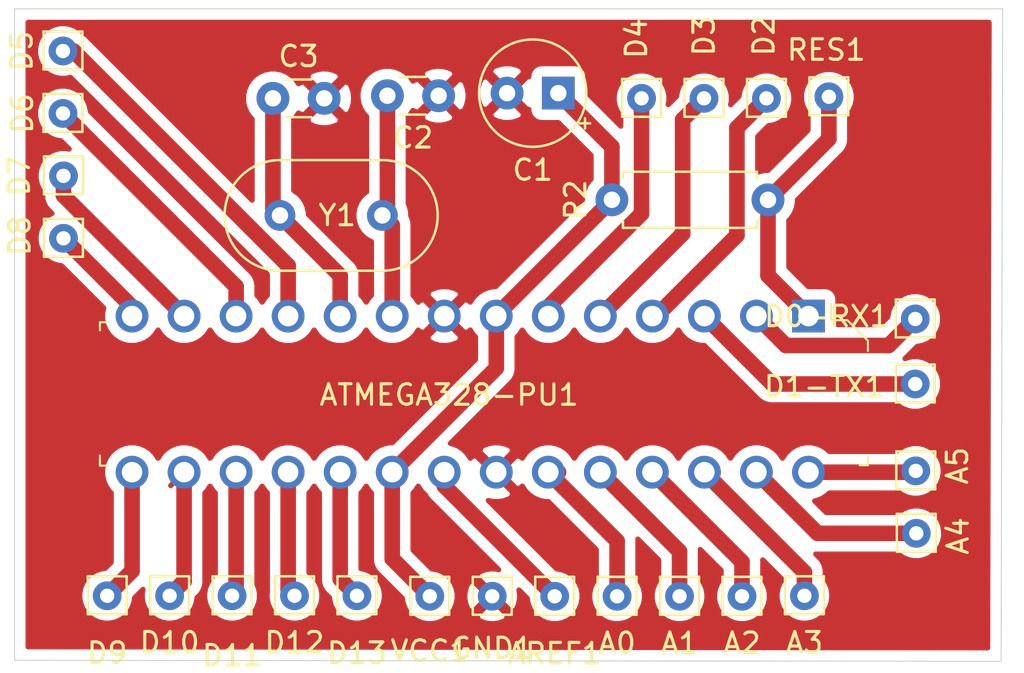
<source format=kicad_pcb>
(kicad_pcb (version 20171130) (host pcbnew "(5.1.6-0-10_14)")

  (general
    (thickness 1.6)
    (drawings 4)
    (tracks 83)
    (zones 0)
    (modules 30)
    (nets 27)
  )

  (page A4)
  (layers
    (0 F.Cu signal)
    (31 B.Cu signal)
    (32 B.Adhes user)
    (33 F.Adhes user)
    (34 B.Paste user)
    (35 F.Paste user)
    (36 B.SilkS user)
    (37 F.SilkS user)
    (38 B.Mask user)
    (39 F.Mask user)
    (40 Dwgs.User user)
    (41 Cmts.User user)
    (42 Eco1.User user)
    (43 Eco2.User user)
    (44 Edge.Cuts user)
    (45 Margin user)
    (46 B.CrtYd user)
    (47 F.CrtYd user)
    (48 B.Fab user)
    (49 F.Fab user hide)
  )

  (setup
    (last_trace_width 0.762)
    (user_trace_width 0.762)
    (trace_clearance 0.254)
    (zone_clearance 0.508)
    (zone_45_only no)
    (trace_min 0.762)
    (via_size 0.9144)
    (via_drill 0.4064)
    (via_min_size 0.7112)
    (via_min_drill 0.4064)
    (uvia_size 0.9144)
    (uvia_drill 0.7112)
    (uvias_allowed no)
    (uvia_min_size 0.762)
    (uvia_min_drill 0.7112)
    (edge_width 0.05)
    (segment_width 0.2)
    (pcb_text_width 0.3)
    (pcb_text_size 1.5 1.5)
    (mod_edge_width 0.12)
    (mod_text_size 1 1)
    (mod_text_width 0.15)
    (pad_size 1.524 1.524)
    (pad_drill 0.762)
    (pad_to_mask_clearance 0.05)
    (aux_axis_origin 0 0)
    (visible_elements FFFFFF7F)
    (pcbplotparams
      (layerselection 0x00000_7fffffff)
      (usegerberextensions false)
      (usegerberattributes true)
      (usegerberadvancedattributes true)
      (creategerberjobfile true)
      (excludeedgelayer true)
      (linewidth 0.100000)
      (plotframeref false)
      (viasonmask false)
      (mode 1)
      (useauxorigin false)
      (hpglpennumber 1)
      (hpglpenspeed 20)
      (hpglpendiameter 15.000000)
      (psnegative false)
      (psa4output false)
      (plotreference false)
      (plotvalue false)
      (plotinvisibletext false)
      (padsonsilk false)
      (subtractmaskfromsilk false)
      (outputformat 1)
      (mirror false)
      (drillshape 0)
      (scaleselection 1)
      (outputdirectory "gerber/"))
  )

  (net 0 "")
  (net 1 GND)
  (net 2 VCC)
  (net 3 "Net-(A0-Pad1)")
  (net 4 "Net-(A1-Pad1)")
  (net 5 "Net-(A2-Pad1)")
  (net 6 "Net-(A3-Pad1)")
  (net 7 "Net-(A4-Pad1)")
  (net 8 "Net-(A5-Pad1)")
  (net 9 "Net-(AREF1-Pad1)")
  (net 10 "Net-(ATMEGA328-PU1-Pad19)")
  (net 11 "Net-(ATMEGA328-PU1-Pad18)")
  (net 12 "Net-(ATMEGA328-PU1-Pad17)")
  (net 13 "Net-(ATMEGA328-PU1-Pad16)")
  (net 14 "Net-(ATMEGA328-PU1-Pad15)")
  (net 15 "Net-(ATMEGA328-PU1-Pad14)")
  (net 16 "Net-(ATMEGA328-PU1-Pad13)")
  (net 17 "Net-(ATMEGA328-PU1-Pad12)")
  (net 18 "Net-(ATMEGA328-PU1-Pad11)")
  (net 19 "Net-(ATMEGA328-PU1-Pad10)")
  (net 20 "Net-(ATMEGA328-PU1-Pad9)")
  (net 21 "Net-(ATMEGA328-PU1-Pad6)")
  (net 22 "Net-(ATMEGA328-PU1-Pad5)")
  (net 23 "Net-(ATMEGA328-PU1-Pad4)")
  (net 24 "Net-(ATMEGA328-PU1-Pad3)")
  (net 25 "Net-(ATMEGA328-PU1-Pad2)")
  (net 26 "Net-(ATMEGA328-PU1-Pad1)")

  (net_class Default "This is the default net class."
    (clearance 0.254)
    (trace_width 0.762)
    (via_dia 0.9144)
    (via_drill 0.4064)
    (uvia_dia 0.9144)
    (uvia_drill 0.7112)
    (diff_pair_width 0.762)
    (diff_pair_gap 0.25)
    (add_net GND)
    (add_net "Net-(A0-Pad1)")
    (add_net "Net-(A1-Pad1)")
    (add_net "Net-(A2-Pad1)")
    (add_net "Net-(A3-Pad1)")
    (add_net "Net-(A4-Pad1)")
    (add_net "Net-(A5-Pad1)")
    (add_net "Net-(AREF1-Pad1)")
    (add_net "Net-(ATMEGA328-PU1-Pad1)")
    (add_net "Net-(ATMEGA328-PU1-Pad10)")
    (add_net "Net-(ATMEGA328-PU1-Pad11)")
    (add_net "Net-(ATMEGA328-PU1-Pad12)")
    (add_net "Net-(ATMEGA328-PU1-Pad13)")
    (add_net "Net-(ATMEGA328-PU1-Pad14)")
    (add_net "Net-(ATMEGA328-PU1-Pad15)")
    (add_net "Net-(ATMEGA328-PU1-Pad16)")
    (add_net "Net-(ATMEGA328-PU1-Pad17)")
    (add_net "Net-(ATMEGA328-PU1-Pad18)")
    (add_net "Net-(ATMEGA328-PU1-Pad19)")
    (add_net "Net-(ATMEGA328-PU1-Pad2)")
    (add_net "Net-(ATMEGA328-PU1-Pad3)")
    (add_net "Net-(ATMEGA328-PU1-Pad4)")
    (add_net "Net-(ATMEGA328-PU1-Pad5)")
    (add_net "Net-(ATMEGA328-PU1-Pad6)")
    (add_net "Net-(ATMEGA328-PU1-Pad9)")
    (add_net VCC)
  )

  (module Resistor_THT:R_Axial_DIN0207_L6.3mm_D2.5mm_P7.62mm_Horizontal (layer F.Cu) (tedit 5AE5139B) (tstamp 5F326EE1)
    (at 30.9118 -21.6916)
    (descr "Resistor, Axial_DIN0207 series, Axial, Horizontal, pin pitch=7.62mm, 0.25W = 1/4W, length*diameter=6.3*2.5mm^2, http://cdn-reichelt.de/documents/datenblatt/B400/1_4W%23YAG.pdf")
    (tags "Resistor Axial_DIN0207 series Axial Horizontal pin pitch 7.62mm 0.25W = 1/4W length 6.3mm diameter 2.5mm")
    (path /5F30C36C)
    (fp_text reference R2 (at -1.778 0 270) (layer F.SilkS)
      (effects (font (size 1 1) (thickness 0.15)))
    )
    (fp_text value 220 (at 4.064 0) (layer F.Fab)
      (effects (font (size 1 1) (thickness 0.15)))
    )
    (fp_line (start 0.66 -1.25) (end 0.66 1.25) (layer F.Fab) (width 0.1))
    (fp_line (start 0.66 1.25) (end 6.96 1.25) (layer F.Fab) (width 0.1))
    (fp_line (start 6.96 1.25) (end 6.96 -1.25) (layer F.Fab) (width 0.1))
    (fp_line (start 6.96 -1.25) (end 0.66 -1.25) (layer F.Fab) (width 0.1))
    (fp_line (start 0 0) (end 0.66 0) (layer F.Fab) (width 0.1))
    (fp_line (start 7.62 0) (end 6.96 0) (layer F.Fab) (width 0.1))
    (fp_line (start 0.54 -1.04) (end 0.54 -1.37) (layer F.SilkS) (width 0.12))
    (fp_line (start 0.54 -1.37) (end 7.08 -1.37) (layer F.SilkS) (width 0.12))
    (fp_line (start 7.08 -1.37) (end 7.08 -1.04) (layer F.SilkS) (width 0.12))
    (fp_line (start 0.54 1.04) (end 0.54 1.37) (layer F.SilkS) (width 0.12))
    (fp_line (start 0.54 1.37) (end 7.08 1.37) (layer F.SilkS) (width 0.12))
    (fp_line (start 7.08 1.37) (end 7.08 1.04) (layer F.SilkS) (width 0.12))
    (fp_line (start -1.05 -1.5) (end -1.05 1.5) (layer F.CrtYd) (width 0.05))
    (fp_line (start -1.05 1.5) (end 8.67 1.5) (layer F.CrtYd) (width 0.05))
    (fp_line (start 8.67 1.5) (end 8.67 -1.5) (layer F.CrtYd) (width 0.05))
    (fp_line (start 8.67 -1.5) (end -1.05 -1.5) (layer F.CrtYd) (width 0.05))
    (fp_text user %R (at 3.81 0) (layer F.Fab)
      (effects (font (size 1 1) (thickness 0.15)))
    )
    (pad 2 thru_hole oval (at 7.62 0) (size 1.6 1.6) (drill 0.8) (layers *.Cu *.Mask)
      (net 26 "Net-(ATMEGA328-PU1-Pad1)"))
    (pad 1 thru_hole circle (at 0 0) (size 1.6 1.6) (drill 0.8) (layers *.Cu *.Mask)
      (net 2 VCC))
    (model ${KISYS3DMOD}/Resistor_THT.3dshapes/R_Axial_DIN0207_L6.3mm_D2.5mm_P7.62mm_Horizontal.wrl
      (at (xyz 0 0 0))
      (scale (xyz 1 1 1))
      (rotate (xyz 0 0 0))
    )
  )

  (module Capacitor_THT:CP_Radial_Tantal_D5.0mm_P2.50mm (layer F.Cu) (tedit 5AE50EF0) (tstamp 5F326CE6)
    (at 28.2956 -26.8986 180)
    (descr "CP, Radial_Tantal series, Radial, pin pitch=2.50mm, , diameter=5.0mm, Tantal Electrolytic Capacitor, http://cdn-reichelt.de/documents/datenblatt/B300/TANTAL-TB-Serie%23.pdf")
    (tags "CP Radial_Tantal series Radial pin pitch 2.50mm  diameter 5.0mm Tantal Electrolytic Capacitor")
    (path /5F309F46)
    (fp_text reference C1 (at 1.25 -3.75) (layer F.SilkS)
      (effects (font (size 1 1) (thickness 0.15)))
    )
    (fp_text value 10uf (at 1.25 3.75) (layer F.Fab)
      (effects (font (size 1 1) (thickness 0.15)))
    )
    (fp_line (start -1.304775 -1.725) (end -1.304775 -1.225) (layer F.SilkS) (width 0.12))
    (fp_line (start -1.554775 -1.475) (end -1.054775 -1.475) (layer F.SilkS) (width 0.12))
    (fp_line (start -0.633605 -1.3375) (end -0.633605 -0.8375) (layer F.Fab) (width 0.1))
    (fp_line (start -0.883605 -1.0875) (end -0.383605 -1.0875) (layer F.Fab) (width 0.1))
    (fp_circle (center 1.25 0) (end 4 0) (layer F.CrtYd) (width 0.05))
    (fp_circle (center 1.25 0) (end 3.87 0) (layer F.SilkS) (width 0.12))
    (fp_circle (center 1.25 0) (end 3.75 0) (layer F.Fab) (width 0.1))
    (fp_text user %R (at 1.25 0) (layer F.Fab)
      (effects (font (size 1 1) (thickness 0.15)))
    )
    (pad 2 thru_hole circle (at 2.5 0 180) (size 1.6 1.6) (drill 0.8) (layers *.Cu *.Mask)
      (net 1 GND))
    (pad 1 thru_hole rect (at 0 0 180) (size 1.6 1.6) (drill 0.8) (layers *.Cu *.Mask)
      (net 2 VCC))
    (model ${KISYS3DMOD}/Capacitor_THT.3dshapes/CP_Radial_Tantal_D5.0mm_P2.50mm.wrl
      (at (xyz 0 0 0))
      (scale (xyz 1 1 1))
      (rotate (xyz 0 0 0))
    )
  )

  (module Capacitor_THT:C_Disc_D3.0mm_W1.6mm_P2.50mm (layer F.Cu) (tedit 5AE50EF0) (tstamp 5F326D02)
    (at 14.3656 -26.6446)
    (descr "C, Disc series, Radial, pin pitch=2.50mm, , diameter*width=3.0*1.6mm^2, Capacitor, http://www.vishay.com/docs/45233/krseries.pdf")
    (tags "C Disc series Radial pin pitch 2.50mm  diameter 3.0mm width 1.6mm Capacitor")
    (path /5F30E3B1)
    (fp_text reference C3 (at 1.25 -2.05) (layer F.SilkS)
      (effects (font (size 1 1) (thickness 0.15)))
    )
    (fp_text value 22pf (at 1.25 2.05) (layer F.Fab)
      (effects (font (size 1 1) (thickness 0.15)))
    )
    (fp_line (start 3.55 -1.05) (end -1.05 -1.05) (layer F.CrtYd) (width 0.05))
    (fp_line (start 3.55 1.05) (end 3.55 -1.05) (layer F.CrtYd) (width 0.05))
    (fp_line (start -1.05 1.05) (end 3.55 1.05) (layer F.CrtYd) (width 0.05))
    (fp_line (start -1.05 -1.05) (end -1.05 1.05) (layer F.CrtYd) (width 0.05))
    (fp_line (start 0.621 0.92) (end 1.879 0.92) (layer F.SilkS) (width 0.12))
    (fp_line (start 0.621 -0.92) (end 1.879 -0.92) (layer F.SilkS) (width 0.12))
    (fp_line (start 2.75 -0.8) (end -0.25 -0.8) (layer F.Fab) (width 0.1))
    (fp_line (start 2.75 0.8) (end 2.75 -0.8) (layer F.Fab) (width 0.1))
    (fp_line (start -0.25 0.8) (end 2.75 0.8) (layer F.Fab) (width 0.1))
    (fp_line (start -0.25 -0.8) (end -0.25 0.8) (layer F.Fab) (width 0.1))
    (fp_text user %R (at 1.25 0) (layer F.Fab)
      (effects (font (size 0.6 0.6) (thickness 0.09)))
    )
    (pad 2 thru_hole circle (at 2.5 0) (size 1.6 1.6) (drill 0.8) (layers *.Cu *.Mask)
      (net 1 GND))
    (pad 1 thru_hole circle (at 0 0) (size 1.6 1.6) (drill 0.8) (layers *.Cu *.Mask)
      (net 19 "Net-(ATMEGA328-PU1-Pad10)"))
    (model ${KISYS3DMOD}/Capacitor_THT.3dshapes/C_Disc_D3.0mm_W1.6mm_P2.50mm.wrl
      (at (xyz 0 0 0))
      (scale (xyz 1 1 1))
      (rotate (xyz 0 0 0))
    )
  )

  (module Capacitor_THT:C_Disc_D3.0mm_W1.6mm_P2.50mm (layer F.Cu) (tedit 5AE50EF0) (tstamp 5F3293F6)
    (at 22.4536 -26.7716 180)
    (descr "C, Disc series, Radial, pin pitch=2.50mm, , diameter*width=3.0*1.6mm^2, Capacitor, http://www.vishay.com/docs/45233/krseries.pdf")
    (tags "C Disc series Radial pin pitch 2.50mm  diameter 3.0mm width 1.6mm Capacitor")
    (path /5F30DF00)
    (fp_text reference C2 (at 1.25 -2.05) (layer F.SilkS)
      (effects (font (size 1 1) (thickness 0.15)))
    )
    (fp_text value 22pf (at 1.25 2.05) (layer F.Fab)
      (effects (font (size 1 1) (thickness 0.15)))
    )
    (fp_line (start 3.55 -1.05) (end -1.05 -1.05) (layer F.CrtYd) (width 0.05))
    (fp_line (start 3.55 1.05) (end 3.55 -1.05) (layer F.CrtYd) (width 0.05))
    (fp_line (start -1.05 1.05) (end 3.55 1.05) (layer F.CrtYd) (width 0.05))
    (fp_line (start -1.05 -1.05) (end -1.05 1.05) (layer F.CrtYd) (width 0.05))
    (fp_line (start 0.621 0.92) (end 1.879 0.92) (layer F.SilkS) (width 0.12))
    (fp_line (start 0.621 -0.92) (end 1.879 -0.92) (layer F.SilkS) (width 0.12))
    (fp_line (start 2.75 -0.8) (end -0.25 -0.8) (layer F.Fab) (width 0.1))
    (fp_line (start 2.75 0.8) (end 2.75 -0.8) (layer F.Fab) (width 0.1))
    (fp_line (start -0.25 0.8) (end 2.75 0.8) (layer F.Fab) (width 0.1))
    (fp_line (start -0.25 -0.8) (end -0.25 0.8) (layer F.Fab) (width 0.1))
    (fp_text user %R (at -1.651 0 270) (layer F.Fab)
      (effects (font (size 0.6 0.6) (thickness 0.09)))
    )
    (pad 2 thru_hole circle (at 2.5 0 180) (size 1.6 1.6) (drill 0.8) (layers *.Cu *.Mask)
      (net 20 "Net-(ATMEGA328-PU1-Pad9)"))
    (pad 1 thru_hole circle (at 0 0 180) (size 1.6 1.6) (drill 0.8) (layers *.Cu *.Mask)
      (net 1 GND))
    (model ${KISYS3DMOD}/Capacitor_THT.3dshapes/C_Disc_D3.0mm_W1.6mm_P2.50mm.wrl
      (at (xyz 0 0 0))
      (scale (xyz 1 1 1))
      (rotate (xyz 0 0 0))
    )
  )

  (module Crystal:Resonator-2Pin_W10.0mm_H5.0mm (layer F.Cu) (tedit 5A0FD1B2) (tstamp 5F326F20)
    (at 14.7066 -20.9296)
    (descr "Ceramic Resomator/Filter 10.0x5.0 RedFrequency MG/MT/MX series, http://www.red-frequency.com/download/datenblatt/redfrequency-datenblatt-ir-zta.pdf, length*width=10.0x5.0mm^2 package, package length=10.0mm, package width=5.0mm, 2 pins")
    (tags "THT ceramic resonator filter")
    (path /5F3145C3)
    (fp_text reference Y1 (at 2.794 0) (layer F.SilkS)
      (effects (font (size 1 1) (thickness 0.15)))
    )
    (fp_text value 16000 (at 2.5 3.7) (layer F.Fab)
      (effects (font (size 1 1) (thickness 0.15)))
    )
    (fp_line (start 0 -2.5) (end 5 -2.5) (layer F.Fab) (width 0.1))
    (fp_line (start 0 2.5) (end 5 2.5) (layer F.Fab) (width 0.1))
    (fp_line (start 0 -2.5) (end 5 -2.5) (layer F.Fab) (width 0.1))
    (fp_line (start 0 2.5) (end 5 2.5) (layer F.Fab) (width 0.1))
    (fp_line (start 0 -2.7) (end 5 -2.7) (layer F.SilkS) (width 0.12))
    (fp_line (start 0 2.7) (end 5 2.7) (layer F.SilkS) (width 0.12))
    (fp_line (start -3 -3) (end -3 3) (layer F.CrtYd) (width 0.05))
    (fp_line (start -3 3) (end 8 3) (layer F.CrtYd) (width 0.05))
    (fp_line (start 8 3) (end 8 -3) (layer F.CrtYd) (width 0.05))
    (fp_line (start 8 -3) (end -3 -3) (layer F.CrtYd) (width 0.05))
    (fp_arc (start 5 0) (end 5 -2.7) (angle 180) (layer F.SilkS) (width 0.12))
    (fp_arc (start 0 0) (end 0 -2.7) (angle -180) (layer F.SilkS) (width 0.12))
    (fp_arc (start 5 0) (end 5 -2.5) (angle 180) (layer F.Fab) (width 0.1))
    (fp_arc (start 0 0) (end 0 -2.5) (angle -180) (layer F.Fab) (width 0.1))
    (fp_arc (start 5 0) (end 5 -2.5) (angle 180) (layer F.Fab) (width 0.1))
    (fp_arc (start 0 0) (end 0 -2.5) (angle -180) (layer F.Fab) (width 0.1))
    (fp_text user %R (at 2.5 0) (layer F.Fab)
      (effects (font (size 1 1) (thickness 0.15)))
    )
    (pad 2 thru_hole circle (at 5 0) (size 1.5 1.5) (drill 0.8) (layers *.Cu *.Mask)
      (net 20 "Net-(ATMEGA328-PU1-Pad9)"))
    (pad 1 thru_hole circle (at 0 0) (size 1.5 1.5) (drill 0.8) (layers *.Cu *.Mask)
      (net 19 "Net-(ATMEGA328-PU1-Pad10)"))
    (model ${KISYS3DMOD}/Crystal.3dshapes/Resonator-2Pin_W10.0mm_H5.0mm.wrl
      (at (xyz 0 0 0))
      (scale (xyz 1 1 1))
      (rotate (xyz 0 0 0))
    )
  )

  (module digikey-footprints:DIP-28_W7.62mm (layer F.Cu) (tedit 59C2773E) (tstamp 5F326F15)
    (at 40.5076 -16.014733 270)
    (descr http://www.digikey.com/products/en?formaction=on&lang=en&site=us&KeyWords=296-1956-5-ND)
    (path /5F30A642)
    (fp_text reference ATMEGA328-PU1 (at 3.848133 17.546) (layer F.SilkS)
      (effects (font (size 1 1) (thickness 0.15)))
    )
    (fp_text value ATMEGA328-PU (at 3.76 35.65 90) (layer F.Fab)
      (effects (font (size 1 1) (thickness 0.15)))
    )
    (fp_line (start 7.3 34.19) (end 7.3 34.59) (layer F.SilkS) (width 0.1))
    (fp_line (start 7.3 34.59) (end 6.8 34.59) (layer F.SilkS) (width 0.1))
    (fp_line (start 0.3 34.19) (end 0.3 34.59) (layer F.SilkS) (width 0.1))
    (fp_line (start 0.3 34.59) (end 0.7 34.59) (layer F.SilkS) (width 0.1))
    (fp_line (start -1.05 34.65) (end 8.68 34.65) (layer F.CrtYd) (width 0.05))
    (fp_line (start -1.05 -2.94) (end 8.67 -2.94) (layer F.CrtYd) (width 0.05))
    (fp_line (start 8.67 -2.94) (end 8.68 34.65) (layer F.CrtYd) (width 0.05))
    (fp_line (start -1.05 -2.94) (end -1.05 34.65) (layer F.CrtYd) (width 0.05))
    (fp_line (start 0.2 -1.1) (end -0.6 -1.1) (layer F.SilkS) (width 0.1))
    (fp_line (start 1.7 -2.9) (end 1.2 -2.9) (layer F.SilkS) (width 0.1))
    (fp_line (start 1.2 -2.9) (end 0.2 -1.9) (layer F.SilkS) (width 0.1))
    (fp_line (start 0.2 -1.9) (end 0.2 -1.1) (layer F.SilkS) (width 0.1))
    (fp_line (start 0.48 34.4) (end 7.08 34.4) (layer F.Fab) (width 0.1))
    (fp_line (start 7.28 -2.5) (end 7.28 -2.9) (layer F.SilkS) (width 0.1))
    (fp_line (start 7.28 -2.9) (end 6.88 -2.9) (layer F.SilkS) (width 0.1))
    (fp_line (start 0.48 -1.79) (end 0.48 34.4) (layer F.Fab) (width 0.1))
    (fp_line (start 1.38 -2.69) (end 7.08 -2.69) (layer F.Fab) (width 0.1))
    (fp_line (start 0.48 -1.79) (end 1.38 -2.69) (layer F.Fab) (width 0.1))
    (fp_line (start 7.08 -2.69) (end 7.08 34.4) (layer F.Fab) (width 0.1))
    (fp_text user REF** (at 3.63 12.31 90) (layer F.Fab)
      (effects (font (size 1 1) (thickness 0.1)))
    )
    (pad 28 thru_hole circle (at 7.62 0 270) (size 1.6 1.6) (drill 1) (layers *.Cu *.Mask)
      (net 8 "Net-(A5-Pad1)"))
    (pad 27 thru_hole circle (at 7.62 2.54 270) (size 1.6 1.6) (drill 1) (layers *.Cu *.Mask)
      (net 7 "Net-(A4-Pad1)"))
    (pad 26 thru_hole circle (at 7.62 5.08 270) (size 1.6 1.6) (drill 1) (layers *.Cu *.Mask)
      (net 6 "Net-(A3-Pad1)"))
    (pad 25 thru_hole circle (at 7.62 7.62 270) (size 1.6 1.6) (drill 1) (layers *.Cu *.Mask)
      (net 5 "Net-(A2-Pad1)"))
    (pad 24 thru_hole circle (at 7.62 10.16 270) (size 1.6 1.6) (drill 1) (layers *.Cu *.Mask)
      (net 4 "Net-(A1-Pad1)"))
    (pad 23 thru_hole circle (at 7.62 12.7 270) (size 1.6 1.6) (drill 1) (layers *.Cu *.Mask)
      (net 3 "Net-(A0-Pad1)"))
    (pad 22 thru_hole circle (at 7.62 15.24 270) (size 1.6 1.6) (drill 1) (layers *.Cu *.Mask)
      (net 1 GND))
    (pad 21 thru_hole circle (at 7.62 17.78 270) (size 1.6 1.6) (drill 1) (layers *.Cu *.Mask)
      (net 9 "Net-(AREF1-Pad1)"))
    (pad 20 thru_hole circle (at 7.62 20.32 270) (size 1.6 1.6) (drill 1) (layers *.Cu *.Mask)
      (net 2 VCC))
    (pad 19 thru_hole circle (at 7.62 22.86 270) (size 1.6 1.6) (drill 1) (layers *.Cu *.Mask)
      (net 10 "Net-(ATMEGA328-PU1-Pad19)"))
    (pad 18 thru_hole circle (at 7.62 25.4 270) (size 1.6 1.6) (drill 1) (layers *.Cu *.Mask)
      (net 11 "Net-(ATMEGA328-PU1-Pad18)"))
    (pad 17 thru_hole circle (at 7.62 27.94 270) (size 1.6 1.6) (drill 1) (layers *.Cu *.Mask)
      (net 12 "Net-(ATMEGA328-PU1-Pad17)"))
    (pad 16 thru_hole circle (at 7.62 30.48 270) (size 1.6 1.6) (drill 1) (layers *.Cu *.Mask)
      (net 13 "Net-(ATMEGA328-PU1-Pad16)"))
    (pad 15 thru_hole circle (at 7.62 33.02 270) (size 1.6 1.6) (drill 1) (layers *.Cu *.Mask)
      (net 14 "Net-(ATMEGA328-PU1-Pad15)"))
    (pad 14 thru_hole circle (at 0 33.02 270) (size 1.6 1.6) (drill 1) (layers *.Cu *.Mask)
      (net 15 "Net-(ATMEGA328-PU1-Pad14)"))
    (pad 13 thru_hole circle (at 0 30.48 270) (size 1.6 1.6) (drill 1) (layers *.Cu *.Mask)
      (net 16 "Net-(ATMEGA328-PU1-Pad13)"))
    (pad 12 thru_hole circle (at 0 27.94 270) (size 1.6 1.6) (drill 1) (layers *.Cu *.Mask)
      (net 17 "Net-(ATMEGA328-PU1-Pad12)"))
    (pad 11 thru_hole circle (at 0 25.4 270) (size 1.6 1.6) (drill 1) (layers *.Cu *.Mask)
      (net 18 "Net-(ATMEGA328-PU1-Pad11)"))
    (pad 10 thru_hole circle (at 0 22.86 270) (size 1.6 1.6) (drill 1) (layers *.Cu *.Mask)
      (net 19 "Net-(ATMEGA328-PU1-Pad10)"))
    (pad 9 thru_hole circle (at 0 20.32 270) (size 1.6 1.6) (drill 1) (layers *.Cu *.Mask)
      (net 20 "Net-(ATMEGA328-PU1-Pad9)"))
    (pad 8 thru_hole circle (at 0 17.78 270) (size 1.6 1.6) (drill 1) (layers *.Cu *.Mask)
      (net 1 GND))
    (pad 7 thru_hole circle (at 0 15.24 270) (size 1.6 1.6) (drill 1) (layers *.Cu *.Mask)
      (net 2 VCC))
    (pad 6 thru_hole circle (at 0 12.7 270) (size 1.6 1.6) (drill 1) (layers *.Cu *.Mask)
      (net 21 "Net-(ATMEGA328-PU1-Pad6)"))
    (pad 5 thru_hole circle (at 0 10.16 270) (size 1.6 1.6) (drill 1) (layers *.Cu *.Mask)
      (net 22 "Net-(ATMEGA328-PU1-Pad5)"))
    (pad 4 thru_hole circle (at 0 7.62 270) (size 1.6 1.6) (drill 1) (layers *.Cu *.Mask)
      (net 23 "Net-(ATMEGA328-PU1-Pad4)"))
    (pad 3 thru_hole circle (at 0 5.08 270) (size 1.6 1.6) (drill 1) (layers *.Cu *.Mask)
      (net 24 "Net-(ATMEGA328-PU1-Pad3)"))
    (pad 2 thru_hole circle (at 0 2.54 270) (size 1.6 1.6) (drill 1) (layers *.Cu *.Mask)
      (net 25 "Net-(ATMEGA328-PU1-Pad2)"))
    (pad 1 thru_hole rect (at 0 0 270) (size 1.6 1.6) (drill 1) (layers *.Cu *.Mask)
      (net 26 "Net-(ATMEGA328-PU1-Pad1)"))
  )

  (module Connector_Pin:Pin_D0.7mm_L6.5mm_W1.8mm_FlatFork (layer F.Cu) (tedit 5A1DC084) (tstamp 5F326ECA)
    (at 15.4178 -2.3622 270)
    (descr "solder Pin_ with flat fork, hole diameter 0.7mm, length 6.5mm, width 1.8mm")
    (tags "solder Pin_ with flat fork")
    (path /5F346247)
    (fp_text reference D12 (at 2.286 0) (layer F.SilkS)
      (effects (font (size 1 1) (thickness 0.15)))
    )
    (fp_text value Conn_01x01_Female (at 0 -1.8 90) (layer F.Fab)
      (effects (font (size 1 1) (thickness 0.15)))
    )
    (fp_line (start -0.95 -0.95) (end -0.95 0.95) (layer F.SilkS) (width 0.12))
    (fp_line (start -0.95 0.95) (end 0.9 0.95) (layer F.SilkS) (width 0.12))
    (fp_line (start 0.9 0.95) (end 0.9 -0.9) (layer F.SilkS) (width 0.12))
    (fp_line (start 0.9 -0.9) (end 0.9 -0.95) (layer F.SilkS) (width 0.12))
    (fp_line (start 0.9 -0.95) (end -0.95 -0.95) (layer F.SilkS) (width 0.12))
    (fp_line (start -0.9 -0.25) (end 0.85 -0.25) (layer F.Fab) (width 0.12))
    (fp_line (start 0.85 -0.25) (end 0.85 0.25) (layer F.Fab) (width 0.12))
    (fp_line (start 0.85 0.25) (end -0.9 0.25) (layer F.Fab) (width 0.12))
    (fp_line (start -0.9 0.25) (end -0.9 -0.25) (layer F.Fab) (width 0.12))
    (fp_line (start -1.4 -1.2) (end 1.35 -1.2) (layer F.CrtYd) (width 0.05))
    (fp_line (start -1.4 -1.2) (end -1.4 1.2) (layer F.CrtYd) (width 0.05))
    (fp_line (start 1.35 1.2) (end 1.35 -1.2) (layer F.CrtYd) (width 0.05))
    (fp_line (start 1.35 1.2) (end -1.4 1.2) (layer F.CrtYd) (width 0.05))
    (fp_text user %R (at 0 1.8 90) (layer F.Fab)
      (effects (font (size 1 1) (thickness 0.15)))
    )
    (pad 1 thru_hole circle (at 0 0 270) (size 1.4 1.4) (drill 0.7) (layers *.Cu *.Mask)
      (net 11 "Net-(ATMEGA328-PU1-Pad18)"))
    (model ${KISYS3DMOD}/Connector_Pin.3dshapes/Pin_D0.7mm_L6.5mm_W1.8mm_FlatFork.wrl
      (at (xyz 0 0 0))
      (scale (xyz 1 1 1))
      (rotate (xyz 0 0 0))
    )
  )

  (module Connector_Pin:Pin_D0.7mm_L6.5mm_W1.8mm_FlatFork (layer F.Cu) (tedit 5A1DC084) (tstamp 5F326EB7)
    (at 12.3698 -2.3622 270)
    (descr "solder Pin_ with flat fork, hole diameter 0.7mm, length 6.5mm, width 1.8mm")
    (tags "solder Pin_ with flat fork")
    (path /5F33C690)
    (fp_text reference D11 (at 2.921 0) (layer F.SilkS)
      (effects (font (size 1 1) (thickness 0.15)))
    )
    (fp_text value Conn_01x01_Female (at 0 -1.8 90) (layer F.Fab)
      (effects (font (size 1 1) (thickness 0.15)))
    )
    (fp_line (start -0.95 -0.95) (end -0.95 0.95) (layer F.SilkS) (width 0.12))
    (fp_line (start -0.95 0.95) (end 0.9 0.95) (layer F.SilkS) (width 0.12))
    (fp_line (start 0.9 0.95) (end 0.9 -0.9) (layer F.SilkS) (width 0.12))
    (fp_line (start 0.9 -0.9) (end 0.9 -0.95) (layer F.SilkS) (width 0.12))
    (fp_line (start 0.9 -0.95) (end -0.95 -0.95) (layer F.SilkS) (width 0.12))
    (fp_line (start -0.9 -0.25) (end 0.85 -0.25) (layer F.Fab) (width 0.12))
    (fp_line (start 0.85 -0.25) (end 0.85 0.25) (layer F.Fab) (width 0.12))
    (fp_line (start 0.85 0.25) (end -0.9 0.25) (layer F.Fab) (width 0.12))
    (fp_line (start -0.9 0.25) (end -0.9 -0.25) (layer F.Fab) (width 0.12))
    (fp_line (start -1.4 -1.2) (end 1.35 -1.2) (layer F.CrtYd) (width 0.05))
    (fp_line (start -1.4 -1.2) (end -1.4 1.2) (layer F.CrtYd) (width 0.05))
    (fp_line (start 1.35 1.2) (end 1.35 -1.2) (layer F.CrtYd) (width 0.05))
    (fp_line (start 1.35 1.2) (end -1.4 1.2) (layer F.CrtYd) (width 0.05))
    (fp_text user %R (at 0 1.8 90) (layer F.Fab)
      (effects (font (size 1 1) (thickness 0.15)))
    )
    (pad 1 thru_hole circle (at 0 0 270) (size 1.4 1.4) (drill 0.7) (layers *.Cu *.Mask)
      (net 12 "Net-(ATMEGA328-PU1-Pad17)"))
    (model ${KISYS3DMOD}/Connector_Pin.3dshapes/Pin_D0.7mm_L6.5mm_W1.8mm_FlatFork.wrl
      (at (xyz 0 0 0))
      (scale (xyz 1 1 1))
      (rotate (xyz 0 0 0))
    )
  )

  (module Connector_Pin:Pin_D0.7mm_L6.5mm_W1.8mm_FlatFork (layer F.Cu) (tedit 5A1DC084) (tstamp 5F326EA4)
    (at 9.3218 -2.3622 270)
    (descr "solder Pin_ with flat fork, hole diameter 0.7mm, length 6.5mm, width 1.8mm")
    (tags "solder Pin_ with flat fork")
    (path /5F33D16D)
    (fp_text reference D10 (at 2.286 0) (layer F.SilkS)
      (effects (font (size 1 1) (thickness 0.15)))
    )
    (fp_text value Conn_01x01_Female (at 0 -1.8 90) (layer F.Fab)
      (effects (font (size 1 1) (thickness 0.15)))
    )
    (fp_line (start -0.95 -0.95) (end -0.95 0.95) (layer F.SilkS) (width 0.12))
    (fp_line (start -0.95 0.95) (end 0.9 0.95) (layer F.SilkS) (width 0.12))
    (fp_line (start 0.9 0.95) (end 0.9 -0.9) (layer F.SilkS) (width 0.12))
    (fp_line (start 0.9 -0.9) (end 0.9 -0.95) (layer F.SilkS) (width 0.12))
    (fp_line (start 0.9 -0.95) (end -0.95 -0.95) (layer F.SilkS) (width 0.12))
    (fp_line (start -0.9 -0.25) (end 0.85 -0.25) (layer F.Fab) (width 0.12))
    (fp_line (start 0.85 -0.25) (end 0.85 0.25) (layer F.Fab) (width 0.12))
    (fp_line (start 0.85 0.25) (end -0.9 0.25) (layer F.Fab) (width 0.12))
    (fp_line (start -0.9 0.25) (end -0.9 -0.25) (layer F.Fab) (width 0.12))
    (fp_line (start -1.4 -1.2) (end 1.35 -1.2) (layer F.CrtYd) (width 0.05))
    (fp_line (start -1.4 -1.2) (end -1.4 1.2) (layer F.CrtYd) (width 0.05))
    (fp_line (start 1.35 1.2) (end 1.35 -1.2) (layer F.CrtYd) (width 0.05))
    (fp_line (start 1.35 1.2) (end -1.4 1.2) (layer F.CrtYd) (width 0.05))
    (fp_text user %R (at 0 1.8 90) (layer F.Fab)
      (effects (font (size 1 1) (thickness 0.15)))
    )
    (pad 1 thru_hole circle (at 0 0 270) (size 1.4 1.4) (drill 0.7) (layers *.Cu *.Mask)
      (net 13 "Net-(ATMEGA328-PU1-Pad16)"))
    (model ${KISYS3DMOD}/Connector_Pin.3dshapes/Pin_D0.7mm_L6.5mm_W1.8mm_FlatFork.wrl
      (at (xyz 0 0 0))
      (scale (xyz 1 1 1))
      (rotate (xyz 0 0 0))
    )
  )

  (module Connector_Pin:Pin_D0.7mm_L6.5mm_W1.8mm_FlatFork (layer F.Cu) (tedit 5A1DC084) (tstamp 5F326E91)
    (at 6.2738 -2.3622 270)
    (descr "solder Pin_ with flat fork, hole diameter 0.7mm, length 6.5mm, width 1.8mm")
    (tags "solder Pin_ with flat fork")
    (path /5F33D4E5)
    (fp_text reference D9 (at 2.794 0) (layer F.SilkS)
      (effects (font (size 1 1) (thickness 0.15)))
    )
    (fp_text value Conn_01x01_Female (at 0 -1.8 90) (layer F.Fab)
      (effects (font (size 1 1) (thickness 0.15)))
    )
    (fp_line (start -0.95 -0.95) (end -0.95 0.95) (layer F.SilkS) (width 0.12))
    (fp_line (start -0.95 0.95) (end 0.9 0.95) (layer F.SilkS) (width 0.12))
    (fp_line (start 0.9 0.95) (end 0.9 -0.9) (layer F.SilkS) (width 0.12))
    (fp_line (start 0.9 -0.9) (end 0.9 -0.95) (layer F.SilkS) (width 0.12))
    (fp_line (start 0.9 -0.95) (end -0.95 -0.95) (layer F.SilkS) (width 0.12))
    (fp_line (start -0.9 -0.25) (end 0.85 -0.25) (layer F.Fab) (width 0.12))
    (fp_line (start 0.85 -0.25) (end 0.85 0.25) (layer F.Fab) (width 0.12))
    (fp_line (start 0.85 0.25) (end -0.9 0.25) (layer F.Fab) (width 0.12))
    (fp_line (start -0.9 0.25) (end -0.9 -0.25) (layer F.Fab) (width 0.12))
    (fp_line (start -1.4 -1.2) (end 1.35 -1.2) (layer F.CrtYd) (width 0.05))
    (fp_line (start -1.4 -1.2) (end -1.4 1.2) (layer F.CrtYd) (width 0.05))
    (fp_line (start 1.35 1.2) (end 1.35 -1.2) (layer F.CrtYd) (width 0.05))
    (fp_line (start 1.35 1.2) (end -1.4 1.2) (layer F.CrtYd) (width 0.05))
    (fp_text user %R (at 0 1.8 90) (layer F.Fab)
      (effects (font (size 1 1) (thickness 0.15)))
    )
    (pad 1 thru_hole circle (at 0 0 270) (size 1.4 1.4) (drill 0.7) (layers *.Cu *.Mask)
      (net 14 "Net-(ATMEGA328-PU1-Pad15)"))
    (model ${KISYS3DMOD}/Connector_Pin.3dshapes/Pin_D0.7mm_L6.5mm_W1.8mm_FlatFork.wrl
      (at (xyz 0 0 0))
      (scale (xyz 1 1 1))
      (rotate (xyz 0 0 0))
    )
  )

  (module Connector_Pin:Pin_D0.7mm_L6.5mm_W1.8mm_FlatFork (layer F.Cu) (tedit 5A1DC084) (tstamp 5F326E7E)
    (at 4.1402 -19.812 270)
    (descr "solder Pin_ with flat fork, hole diameter 0.7mm, length 6.5mm, width 1.8mm")
    (tags "solder Pin_ with flat fork")
    (path /5F33D85D)
    (fp_text reference D8 (at -0.127 2.1336 270) (layer F.SilkS)
      (effects (font (size 1 1) (thickness 0.15)))
    )
    (fp_text value Conn_01x01_Female (at 0 -1.8 90) (layer F.Fab)
      (effects (font (size 1 1) (thickness 0.15)))
    )
    (fp_line (start -0.95 -0.95) (end -0.95 0.95) (layer F.SilkS) (width 0.12))
    (fp_line (start -0.95 0.95) (end 0.9 0.95) (layer F.SilkS) (width 0.12))
    (fp_line (start 0.9 0.95) (end 0.9 -0.9) (layer F.SilkS) (width 0.12))
    (fp_line (start 0.9 -0.9) (end 0.9 -0.95) (layer F.SilkS) (width 0.12))
    (fp_line (start 0.9 -0.95) (end -0.95 -0.95) (layer F.SilkS) (width 0.12))
    (fp_line (start -0.9 -0.25) (end 0.85 -0.25) (layer F.Fab) (width 0.12))
    (fp_line (start 0.85 -0.25) (end 0.85 0.25) (layer F.Fab) (width 0.12))
    (fp_line (start 0.85 0.25) (end -0.9 0.25) (layer F.Fab) (width 0.12))
    (fp_line (start -0.9 0.25) (end -0.9 -0.25) (layer F.Fab) (width 0.12))
    (fp_line (start -1.4 -1.2) (end 1.35 -1.2) (layer F.CrtYd) (width 0.05))
    (fp_line (start -1.4 -1.2) (end -1.4 1.2) (layer F.CrtYd) (width 0.05))
    (fp_line (start 1.35 1.2) (end 1.35 -1.2) (layer F.CrtYd) (width 0.05))
    (fp_line (start 1.35 1.2) (end -1.4 1.2) (layer F.CrtYd) (width 0.05))
    (fp_text user %R (at 0 1.8 90) (layer F.Fab)
      (effects (font (size 1 1) (thickness 0.15)))
    )
    (pad 1 thru_hole circle (at 0 0 270) (size 1.4 1.4) (drill 0.7) (layers *.Cu *.Mask)
      (net 15 "Net-(ATMEGA328-PU1-Pad14)"))
    (model ${KISYS3DMOD}/Connector_Pin.3dshapes/Pin_D0.7mm_L6.5mm_W1.8mm_FlatFork.wrl
      (at (xyz 0 0 0))
      (scale (xyz 1 1 1))
      (rotate (xyz 0 0 0))
    )
  )

  (module Connector_Pin:Pin_D0.7mm_L6.5mm_W1.8mm_FlatFork (layer F.Cu) (tedit 5A1DC084) (tstamp 5F326E6B)
    (at 4.1402 -22.86 270)
    (descr "solder Pin_ with flat fork, hole diameter 0.7mm, length 6.5mm, width 1.8mm")
    (tags "solder Pin_ with flat fork")
    (path /5F324ACD)
    (fp_text reference D7 (at 0 2.159 90) (layer F.SilkS)
      (effects (font (size 1 1) (thickness 0.15)))
    )
    (fp_text value Conn_01x01_Female (at 0 -1.8 90) (layer F.Fab)
      (effects (font (size 1 1) (thickness 0.15)))
    )
    (fp_line (start -0.95 -0.95) (end -0.95 0.95) (layer F.SilkS) (width 0.12))
    (fp_line (start -0.95 0.95) (end 0.9 0.95) (layer F.SilkS) (width 0.12))
    (fp_line (start 0.9 0.95) (end 0.9 -0.9) (layer F.SilkS) (width 0.12))
    (fp_line (start 0.9 -0.9) (end 0.9 -0.95) (layer F.SilkS) (width 0.12))
    (fp_line (start 0.9 -0.95) (end -0.95 -0.95) (layer F.SilkS) (width 0.12))
    (fp_line (start -0.9 -0.25) (end 0.85 -0.25) (layer F.Fab) (width 0.12))
    (fp_line (start 0.85 -0.25) (end 0.85 0.25) (layer F.Fab) (width 0.12))
    (fp_line (start 0.85 0.25) (end -0.9 0.25) (layer F.Fab) (width 0.12))
    (fp_line (start -0.9 0.25) (end -0.9 -0.25) (layer F.Fab) (width 0.12))
    (fp_line (start -1.4 -1.2) (end 1.35 -1.2) (layer F.CrtYd) (width 0.05))
    (fp_line (start -1.4 -1.2) (end -1.4 1.2) (layer F.CrtYd) (width 0.05))
    (fp_line (start 1.35 1.2) (end 1.35 -1.2) (layer F.CrtYd) (width 0.05))
    (fp_line (start 1.35 1.2) (end -1.4 1.2) (layer F.CrtYd) (width 0.05))
    (fp_text user %R (at 0 1.8 90) (layer F.Fab)
      (effects (font (size 1 1) (thickness 0.15)))
    )
    (pad 1 thru_hole circle (at 0 0 270) (size 1.4 1.4) (drill 0.7) (layers *.Cu *.Mask)
      (net 16 "Net-(ATMEGA328-PU1-Pad13)"))
    (model ${KISYS3DMOD}/Connector_Pin.3dshapes/Pin_D0.7mm_L6.5mm_W1.8mm_FlatFork.wrl
      (at (xyz 0 0 0))
      (scale (xyz 1 1 1))
      (rotate (xyz 0 0 0))
    )
  )

  (module Connector_Pin:Pin_D0.7mm_L6.5mm_W1.8mm_FlatFork (layer F.Cu) (tedit 5A1DC084) (tstamp 5F326E58)
    (at 18.4658 -2.3622 270)
    (descr "solder Pin_ with flat fork, hole diameter 0.7mm, length 6.5mm, width 1.8mm")
    (tags "solder Pin_ with flat fork")
    (path /5F335E60)
    (fp_text reference D13 (at 2.794 0) (layer F.SilkS)
      (effects (font (size 1 1) (thickness 0.15)))
    )
    (fp_text value Conn_01x01_Female (at 0 -1.8 90) (layer F.Fab)
      (effects (font (size 1 1) (thickness 0.15)))
    )
    (fp_line (start -0.95 -0.95) (end -0.95 0.95) (layer F.SilkS) (width 0.12))
    (fp_line (start -0.95 0.95) (end 0.9 0.95) (layer F.SilkS) (width 0.12))
    (fp_line (start 0.9 0.95) (end 0.9 -0.9) (layer F.SilkS) (width 0.12))
    (fp_line (start 0.9 -0.9) (end 0.9 -0.95) (layer F.SilkS) (width 0.12))
    (fp_line (start 0.9 -0.95) (end -0.95 -0.95) (layer F.SilkS) (width 0.12))
    (fp_line (start -0.9 -0.25) (end 0.85 -0.25) (layer F.Fab) (width 0.12))
    (fp_line (start 0.85 -0.25) (end 0.85 0.25) (layer F.Fab) (width 0.12))
    (fp_line (start 0.85 0.25) (end -0.9 0.25) (layer F.Fab) (width 0.12))
    (fp_line (start -0.9 0.25) (end -0.9 -0.25) (layer F.Fab) (width 0.12))
    (fp_line (start -1.4 -1.2) (end 1.35 -1.2) (layer F.CrtYd) (width 0.05))
    (fp_line (start -1.4 -1.2) (end -1.4 1.2) (layer F.CrtYd) (width 0.05))
    (fp_line (start 1.35 1.2) (end 1.35 -1.2) (layer F.CrtYd) (width 0.05))
    (fp_line (start 1.35 1.2) (end -1.4 1.2) (layer F.CrtYd) (width 0.05))
    (fp_text user %R (at 0 1.8 90) (layer F.Fab)
      (effects (font (size 1 1) (thickness 0.15)))
    )
    (pad 1 thru_hole circle (at 0 0 270) (size 1.4 1.4) (drill 0.7) (layers *.Cu *.Mask)
      (net 10 "Net-(ATMEGA328-PU1-Pad19)"))
    (model ${KISYS3DMOD}/Connector_Pin.3dshapes/Pin_D0.7mm_L6.5mm_W1.8mm_FlatFork.wrl
      (at (xyz 0 0 0))
      (scale (xyz 1 1 1))
      (rotate (xyz 0 0 0))
    )
  )

  (module Connector_Pin:Pin_D0.7mm_L6.5mm_W1.8mm_FlatFork (layer F.Cu) (tedit 5A1DC084) (tstamp 5F326E45)
    (at 45.72 -15.875 270)
    (descr "solder Pin_ with flat fork, hole diameter 0.7mm, length 6.5mm, width 1.8mm")
    (tags "solder Pin_ with flat fork")
    (path /5F33AEF8)
    (fp_text reference D0-RX1 (at -0.127 4.318) (layer F.SilkS)
      (effects (font (size 1 1) (thickness 0.15)))
    )
    (fp_text value Conn_01x01_Female (at 0 -1.8 90) (layer F.Fab)
      (effects (font (size 1 1) (thickness 0.15)))
    )
    (fp_line (start -0.95 -0.95) (end -0.95 0.95) (layer F.SilkS) (width 0.12))
    (fp_line (start -0.95 0.95) (end 0.9 0.95) (layer F.SilkS) (width 0.12))
    (fp_line (start 0.9 0.95) (end 0.9 -0.9) (layer F.SilkS) (width 0.12))
    (fp_line (start 0.9 -0.9) (end 0.9 -0.95) (layer F.SilkS) (width 0.12))
    (fp_line (start 0.9 -0.95) (end -0.95 -0.95) (layer F.SilkS) (width 0.12))
    (fp_line (start -0.9 -0.25) (end 0.85 -0.25) (layer F.Fab) (width 0.12))
    (fp_line (start 0.85 -0.25) (end 0.85 0.25) (layer F.Fab) (width 0.12))
    (fp_line (start 0.85 0.25) (end -0.9 0.25) (layer F.Fab) (width 0.12))
    (fp_line (start -0.9 0.25) (end -0.9 -0.25) (layer F.Fab) (width 0.12))
    (fp_line (start -1.4 -1.2) (end 1.35 -1.2) (layer F.CrtYd) (width 0.05))
    (fp_line (start -1.4 -1.2) (end -1.4 1.2) (layer F.CrtYd) (width 0.05))
    (fp_line (start 1.35 1.2) (end 1.35 -1.2) (layer F.CrtYd) (width 0.05))
    (fp_line (start 1.35 1.2) (end -1.4 1.2) (layer F.CrtYd) (width 0.05))
    (fp_text user %R (at 0 1.8 90) (layer F.Fab)
      (effects (font (size 1 1) (thickness 0.15)))
    )
    (pad 1 thru_hole circle (at 0 0 270) (size 1.4 1.4) (drill 0.7) (layers *.Cu *.Mask)
      (net 25 "Net-(ATMEGA328-PU1-Pad2)"))
    (model ${KISYS3DMOD}/Connector_Pin.3dshapes/Pin_D0.7mm_L6.5mm_W1.8mm_FlatFork.wrl
      (at (xyz 0 0 0))
      (scale (xyz 1 1 1))
      (rotate (xyz 0 0 0))
    )
  )

  (module Connector_Pin:Pin_D0.7mm_L6.5mm_W1.8mm_FlatFork (layer F.Cu) (tedit 5A1DC084) (tstamp 5F326E32)
    (at 45.72 -12.7 270)
    (descr "solder Pin_ with flat fork, hole diameter 0.7mm, length 6.5mm, width 1.8mm")
    (tags "solder Pin_ with flat fork")
    (path /5F323849)
    (fp_text reference D1-TX1 (at 0.127 4.445) (layer F.SilkS)
      (effects (font (size 1 1) (thickness 0.15)))
    )
    (fp_text value Conn_01x01_Female (at 0 -1.8 90) (layer F.Fab)
      (effects (font (size 1 1) (thickness 0.15)))
    )
    (fp_line (start -0.95 -0.95) (end -0.95 0.95) (layer F.SilkS) (width 0.12))
    (fp_line (start -0.95 0.95) (end 0.9 0.95) (layer F.SilkS) (width 0.12))
    (fp_line (start 0.9 0.95) (end 0.9 -0.9) (layer F.SilkS) (width 0.12))
    (fp_line (start 0.9 -0.9) (end 0.9 -0.95) (layer F.SilkS) (width 0.12))
    (fp_line (start 0.9 -0.95) (end -0.95 -0.95) (layer F.SilkS) (width 0.12))
    (fp_line (start -0.9 -0.25) (end 0.85 -0.25) (layer F.Fab) (width 0.12))
    (fp_line (start 0.85 -0.25) (end 0.85 0.25) (layer F.Fab) (width 0.12))
    (fp_line (start 0.85 0.25) (end -0.9 0.25) (layer F.Fab) (width 0.12))
    (fp_line (start -0.9 0.25) (end -0.9 -0.25) (layer F.Fab) (width 0.12))
    (fp_line (start -1.4 -1.2) (end 1.35 -1.2) (layer F.CrtYd) (width 0.05))
    (fp_line (start -1.4 -1.2) (end -1.4 1.2) (layer F.CrtYd) (width 0.05))
    (fp_line (start 1.35 1.2) (end 1.35 -1.2) (layer F.CrtYd) (width 0.05))
    (fp_line (start 1.35 1.2) (end -1.4 1.2) (layer F.CrtYd) (width 0.05))
    (fp_text user %R (at 0 1.8 90) (layer F.Fab)
      (effects (font (size 1 1) (thickness 0.15)))
    )
    (pad 1 thru_hole circle (at 0 0 270) (size 1.4 1.4) (drill 0.7) (layers *.Cu *.Mask)
      (net 24 "Net-(ATMEGA328-PU1-Pad3)"))
    (model ${KISYS3DMOD}/Connector_Pin.3dshapes/Pin_D0.7mm_L6.5mm_W1.8mm_FlatFork.wrl
      (at (xyz 0 0 0))
      (scale (xyz 1 1 1))
      (rotate (xyz 0 0 0))
    )
  )

  (module Connector_Pin:Pin_D0.7mm_L6.5mm_W1.8mm_FlatFork (layer F.Cu) (tedit 5A1DC084) (tstamp 5F326E1F)
    (at 38.4556 -26.6446 270)
    (descr "solder Pin_ with flat fork, hole diameter 0.7mm, length 6.5mm, width 1.8mm")
    (tags "solder Pin_ with flat fork")
    (path /5F323DF8)
    (fp_text reference D2 (at -3.048 0.127 270) (layer F.SilkS)
      (effects (font (size 1 1) (thickness 0.15)))
    )
    (fp_text value Conn_01x01_Female (at 0 -1.8 90) (layer F.Fab)
      (effects (font (size 1 1) (thickness 0.15)))
    )
    (fp_line (start -0.95 -0.95) (end -0.95 0.95) (layer F.SilkS) (width 0.12))
    (fp_line (start -0.95 0.95) (end 0.9 0.95) (layer F.SilkS) (width 0.12))
    (fp_line (start 0.9 0.95) (end 0.9 -0.9) (layer F.SilkS) (width 0.12))
    (fp_line (start 0.9 -0.9) (end 0.9 -0.95) (layer F.SilkS) (width 0.12))
    (fp_line (start 0.9 -0.95) (end -0.95 -0.95) (layer F.SilkS) (width 0.12))
    (fp_line (start -0.9 -0.25) (end 0.85 -0.25) (layer F.Fab) (width 0.12))
    (fp_line (start 0.85 -0.25) (end 0.85 0.25) (layer F.Fab) (width 0.12))
    (fp_line (start 0.85 0.25) (end -0.9 0.25) (layer F.Fab) (width 0.12))
    (fp_line (start -0.9 0.25) (end -0.9 -0.25) (layer F.Fab) (width 0.12))
    (fp_line (start -1.4 -1.2) (end 1.35 -1.2) (layer F.CrtYd) (width 0.05))
    (fp_line (start -1.4 -1.2) (end -1.4 1.2) (layer F.CrtYd) (width 0.05))
    (fp_line (start 1.35 1.2) (end 1.35 -1.2) (layer F.CrtYd) (width 0.05))
    (fp_line (start 1.35 1.2) (end -1.4 1.2) (layer F.CrtYd) (width 0.05))
    (fp_text user %R (at 0 1.8 90) (layer F.Fab)
      (effects (font (size 1 1) (thickness 0.15)))
    )
    (pad 1 thru_hole circle (at 0 0 270) (size 1.4 1.4) (drill 0.7) (layers *.Cu *.Mask)
      (net 23 "Net-(ATMEGA328-PU1-Pad4)"))
    (model ${KISYS3DMOD}/Connector_Pin.3dshapes/Pin_D0.7mm_L6.5mm_W1.8mm_FlatFork.wrl
      (at (xyz 0 0 0))
      (scale (xyz 1 1 1))
      (rotate (xyz 0 0 0))
    )
  )

  (module Connector_Pin:Pin_D0.7mm_L6.5mm_W1.8mm_FlatFork (layer F.Cu) (tedit 5A1DC084) (tstamp 5F326E0C)
    (at 35.4076 -26.6446 270)
    (descr "solder Pin_ with flat fork, hole diameter 0.7mm, length 6.5mm, width 1.8mm")
    (tags "solder Pin_ with flat fork")
    (path /5F3241AF)
    (fp_text reference D3 (at -3.048 0 90) (layer F.SilkS)
      (effects (font (size 1 1) (thickness 0.15)))
    )
    (fp_text value Conn_01x01_Female (at 0 -1.8 90) (layer F.Fab)
      (effects (font (size 1 1) (thickness 0.15)))
    )
    (fp_line (start -0.95 -0.95) (end -0.95 0.95) (layer F.SilkS) (width 0.12))
    (fp_line (start -0.95 0.95) (end 0.9 0.95) (layer F.SilkS) (width 0.12))
    (fp_line (start 0.9 0.95) (end 0.9 -0.9) (layer F.SilkS) (width 0.12))
    (fp_line (start 0.9 -0.9) (end 0.9 -0.95) (layer F.SilkS) (width 0.12))
    (fp_line (start 0.9 -0.95) (end -0.95 -0.95) (layer F.SilkS) (width 0.12))
    (fp_line (start -0.9 -0.25) (end 0.85 -0.25) (layer F.Fab) (width 0.12))
    (fp_line (start 0.85 -0.25) (end 0.85 0.25) (layer F.Fab) (width 0.12))
    (fp_line (start 0.85 0.25) (end -0.9 0.25) (layer F.Fab) (width 0.12))
    (fp_line (start -0.9 0.25) (end -0.9 -0.25) (layer F.Fab) (width 0.12))
    (fp_line (start -1.4 -1.2) (end 1.35 -1.2) (layer F.CrtYd) (width 0.05))
    (fp_line (start -1.4 -1.2) (end -1.4 1.2) (layer F.CrtYd) (width 0.05))
    (fp_line (start 1.35 1.2) (end 1.35 -1.2) (layer F.CrtYd) (width 0.05))
    (fp_line (start 1.35 1.2) (end -1.4 1.2) (layer F.CrtYd) (width 0.05))
    (fp_text user %R (at 0 1.8 90) (layer F.Fab)
      (effects (font (size 1 1) (thickness 0.15)))
    )
    (pad 1 thru_hole circle (at 0 0 270) (size 1.4 1.4) (drill 0.7) (layers *.Cu *.Mask)
      (net 22 "Net-(ATMEGA328-PU1-Pad5)"))
    (model ${KISYS3DMOD}/Connector_Pin.3dshapes/Pin_D0.7mm_L6.5mm_W1.8mm_FlatFork.wrl
      (at (xyz 0 0 0))
      (scale (xyz 1 1 1))
      (rotate (xyz 0 0 0))
    )
  )

  (module Connector_Pin:Pin_D0.7mm_L6.5mm_W1.8mm_FlatFork (layer F.Cu) (tedit 5A1DC084) (tstamp 5F326DF9)
    (at 32.3596 -26.6446 270)
    (descr "solder Pin_ with flat fork, hole diameter 0.7mm, length 6.5mm, width 1.8mm")
    (tags "solder Pin_ with flat fork")
    (path /5F3243D7)
    (fp_text reference D4 (at -2.921 0.254 90) (layer F.SilkS)
      (effects (font (size 1 1) (thickness 0.15)))
    )
    (fp_text value Conn_01x01_Female (at 0 -1.8 90) (layer F.Fab)
      (effects (font (size 1 1) (thickness 0.15)))
    )
    (fp_line (start -0.95 -0.95) (end -0.95 0.95) (layer F.SilkS) (width 0.12))
    (fp_line (start -0.95 0.95) (end 0.9 0.95) (layer F.SilkS) (width 0.12))
    (fp_line (start 0.9 0.95) (end 0.9 -0.9) (layer F.SilkS) (width 0.12))
    (fp_line (start 0.9 -0.9) (end 0.9 -0.95) (layer F.SilkS) (width 0.12))
    (fp_line (start 0.9 -0.95) (end -0.95 -0.95) (layer F.SilkS) (width 0.12))
    (fp_line (start -0.9 -0.25) (end 0.85 -0.25) (layer F.Fab) (width 0.12))
    (fp_line (start 0.85 -0.25) (end 0.85 0.25) (layer F.Fab) (width 0.12))
    (fp_line (start 0.85 0.25) (end -0.9 0.25) (layer F.Fab) (width 0.12))
    (fp_line (start -0.9 0.25) (end -0.9 -0.25) (layer F.Fab) (width 0.12))
    (fp_line (start -1.4 -1.2) (end 1.35 -1.2) (layer F.CrtYd) (width 0.05))
    (fp_line (start -1.4 -1.2) (end -1.4 1.2) (layer F.CrtYd) (width 0.05))
    (fp_line (start 1.35 1.2) (end 1.35 -1.2) (layer F.CrtYd) (width 0.05))
    (fp_line (start 1.35 1.2) (end -1.4 1.2) (layer F.CrtYd) (width 0.05))
    (fp_text user %R (at 0 1.8 90) (layer F.Fab)
      (effects (font (size 1 1) (thickness 0.15)))
    )
    (pad 1 thru_hole circle (at 0 0 270) (size 1.4 1.4) (drill 0.7) (layers *.Cu *.Mask)
      (net 21 "Net-(ATMEGA328-PU1-Pad6)"))
    (model ${KISYS3DMOD}/Connector_Pin.3dshapes/Pin_D0.7mm_L6.5mm_W1.8mm_FlatFork.wrl
      (at (xyz 0 0 0))
      (scale (xyz 1 1 1))
      (rotate (xyz 0 0 0))
    )
  )

  (module Connector_Pin:Pin_D0.7mm_L6.5mm_W1.8mm_FlatFork (layer F.Cu) (tedit 5A1DC084) (tstamp 5F326DE6)
    (at 4.1148 -28.956 270)
    (descr "solder Pin_ with flat fork, hole diameter 0.7mm, length 6.5mm, width 1.8mm")
    (tags "solder Pin_ with flat fork")
    (path /5F3245EA)
    (fp_text reference D5 (at 0 2.0066 90) (layer F.SilkS)
      (effects (font (size 1 1) (thickness 0.15)))
    )
    (fp_text value Conn_01x01_Female (at 0 -1.8 90) (layer F.Fab)
      (effects (font (size 1 1) (thickness 0.15)))
    )
    (fp_line (start -0.95 -0.95) (end -0.95 0.95) (layer F.SilkS) (width 0.12))
    (fp_line (start -0.95 0.95) (end 0.9 0.95) (layer F.SilkS) (width 0.12))
    (fp_line (start 0.9 0.95) (end 0.9 -0.9) (layer F.SilkS) (width 0.12))
    (fp_line (start 0.9 -0.9) (end 0.9 -0.95) (layer F.SilkS) (width 0.12))
    (fp_line (start 0.9 -0.95) (end -0.95 -0.95) (layer F.SilkS) (width 0.12))
    (fp_line (start -0.9 -0.25) (end 0.85 -0.25) (layer F.Fab) (width 0.12))
    (fp_line (start 0.85 -0.25) (end 0.85 0.25) (layer F.Fab) (width 0.12))
    (fp_line (start 0.85 0.25) (end -0.9 0.25) (layer F.Fab) (width 0.12))
    (fp_line (start -0.9 0.25) (end -0.9 -0.25) (layer F.Fab) (width 0.12))
    (fp_line (start -1.4 -1.2) (end 1.35 -1.2) (layer F.CrtYd) (width 0.05))
    (fp_line (start -1.4 -1.2) (end -1.4 1.2) (layer F.CrtYd) (width 0.05))
    (fp_line (start 1.35 1.2) (end 1.35 -1.2) (layer F.CrtYd) (width 0.05))
    (fp_line (start 1.35 1.2) (end -1.4 1.2) (layer F.CrtYd) (width 0.05))
    (fp_text user %R (at 0 1.8 90) (layer F.Fab)
      (effects (font (size 1 1) (thickness 0.15)))
    )
    (pad 1 thru_hole circle (at 0 0 270) (size 1.4 1.4) (drill 0.7) (layers *.Cu *.Mask)
      (net 18 "Net-(ATMEGA328-PU1-Pad11)"))
    (model ${KISYS3DMOD}/Connector_Pin.3dshapes/Pin_D0.7mm_L6.5mm_W1.8mm_FlatFork.wrl
      (at (xyz 0 0 0))
      (scale (xyz 1 1 1))
      (rotate (xyz 0 0 0))
    )
  )

  (module Connector_Pin:Pin_D0.7mm_L6.5mm_W1.8mm_FlatFork (layer F.Cu) (tedit 5A1DC084) (tstamp 5F326DD3)
    (at 4.1148 -25.908 270)
    (descr "solder Pin_ with flat fork, hole diameter 0.7mm, length 6.5mm, width 1.8mm")
    (tags "solder Pin_ with flat fork")
    (path /5F324851)
    (fp_text reference D6 (at 0 1.9812 90) (layer F.SilkS)
      (effects (font (size 1 1) (thickness 0.15)))
    )
    (fp_text value Conn_01x01_Female (at 0 -1.8 90) (layer F.Fab)
      (effects (font (size 1 1) (thickness 0.15)))
    )
    (fp_line (start -0.95 -0.95) (end -0.95 0.95) (layer F.SilkS) (width 0.12))
    (fp_line (start -0.95 0.95) (end 0.9 0.95) (layer F.SilkS) (width 0.12))
    (fp_line (start 0.9 0.95) (end 0.9 -0.9) (layer F.SilkS) (width 0.12))
    (fp_line (start 0.9 -0.9) (end 0.9 -0.95) (layer F.SilkS) (width 0.12))
    (fp_line (start 0.9 -0.95) (end -0.95 -0.95) (layer F.SilkS) (width 0.12))
    (fp_line (start -0.9 -0.25) (end 0.85 -0.25) (layer F.Fab) (width 0.12))
    (fp_line (start 0.85 -0.25) (end 0.85 0.25) (layer F.Fab) (width 0.12))
    (fp_line (start 0.85 0.25) (end -0.9 0.25) (layer F.Fab) (width 0.12))
    (fp_line (start -0.9 0.25) (end -0.9 -0.25) (layer F.Fab) (width 0.12))
    (fp_line (start -1.4 -1.2) (end 1.35 -1.2) (layer F.CrtYd) (width 0.05))
    (fp_line (start -1.4 -1.2) (end -1.4 1.2) (layer F.CrtYd) (width 0.05))
    (fp_line (start 1.35 1.2) (end 1.35 -1.2) (layer F.CrtYd) (width 0.05))
    (fp_line (start 1.35 1.2) (end -1.4 1.2) (layer F.CrtYd) (width 0.05))
    (fp_text user %R (at 0 1.8 90) (layer F.Fab)
      (effects (font (size 1 1) (thickness 0.15)))
    )
    (pad 1 thru_hole circle (at 0 0 270) (size 1.4 1.4) (drill 0.7) (layers *.Cu *.Mask)
      (net 17 "Net-(ATMEGA328-PU1-Pad12)"))
    (model ${KISYS3DMOD}/Connector_Pin.3dshapes/Pin_D0.7mm_L6.5mm_W1.8mm_FlatFork.wrl
      (at (xyz 0 0 0))
      (scale (xyz 1 1 1))
      (rotate (xyz 0 0 0))
    )
  )

  (module Connector_Pin:Pin_D0.7mm_L6.5mm_W1.8mm_FlatFork (layer F.Cu) (tedit 5A1DC084) (tstamp 5F326DC0)
    (at 41.5036 -26.7208 270)
    (descr "solder Pin_ with flat fork, hole diameter 0.7mm, length 6.5mm, width 1.8mm")
    (tags "solder Pin_ with flat fork")
    (path /5F33A148)
    (fp_text reference RES1 (at -2.286 0.127) (layer F.SilkS)
      (effects (font (size 1 1) (thickness 0.15)))
    )
    (fp_text value Conn_01x01_Female (at 0 -1.8 90) (layer F.Fab)
      (effects (font (size 1 1) (thickness 0.15)))
    )
    (fp_line (start -0.95 -0.95) (end -0.95 0.95) (layer F.SilkS) (width 0.12))
    (fp_line (start -0.95 0.95) (end 0.9 0.95) (layer F.SilkS) (width 0.12))
    (fp_line (start 0.9 0.95) (end 0.9 -0.9) (layer F.SilkS) (width 0.12))
    (fp_line (start 0.9 -0.9) (end 0.9 -0.95) (layer F.SilkS) (width 0.12))
    (fp_line (start 0.9 -0.95) (end -0.95 -0.95) (layer F.SilkS) (width 0.12))
    (fp_line (start -0.9 -0.25) (end 0.85 -0.25) (layer F.Fab) (width 0.12))
    (fp_line (start 0.85 -0.25) (end 0.85 0.25) (layer F.Fab) (width 0.12))
    (fp_line (start 0.85 0.25) (end -0.9 0.25) (layer F.Fab) (width 0.12))
    (fp_line (start -0.9 0.25) (end -0.9 -0.25) (layer F.Fab) (width 0.12))
    (fp_line (start -1.4 -1.2) (end 1.35 -1.2) (layer F.CrtYd) (width 0.05))
    (fp_line (start -1.4 -1.2) (end -1.4 1.2) (layer F.CrtYd) (width 0.05))
    (fp_line (start 1.35 1.2) (end 1.35 -1.2) (layer F.CrtYd) (width 0.05))
    (fp_line (start 1.35 1.2) (end -1.4 1.2) (layer F.CrtYd) (width 0.05))
    (fp_text user %R (at 0 1.8 90) (layer F.Fab)
      (effects (font (size 1 1) (thickness 0.15)))
    )
    (pad 1 thru_hole circle (at 0 0 270) (size 1.4 1.4) (drill 0.7) (layers *.Cu *.Mask)
      (net 26 "Net-(ATMEGA328-PU1-Pad1)"))
    (model ${KISYS3DMOD}/Connector_Pin.3dshapes/Pin_D0.7mm_L6.5mm_W1.8mm_FlatFork.wrl
      (at (xyz 0 0 0))
      (scale (xyz 1 1 1))
      (rotate (xyz 0 0 0))
    )
  )

  (module Connector_Pin:Pin_D0.7mm_L6.5mm_W1.8mm_FlatFork (layer F.Cu) (tedit 5A1DC084) (tstamp 5F326DAD)
    (at 28.1178 -2.3368 270)
    (descr "solder Pin_ with flat fork, hole diameter 0.7mm, length 6.5mm, width 1.8mm")
    (tags "solder Pin_ with flat fork")
    (path /5F3495DD)
    (fp_text reference AREF1 (at 2.794 0) (layer F.SilkS)
      (effects (font (size 1 1) (thickness 0.15)))
    )
    (fp_text value Conn_01x01_Female (at 0 -1.8 90) (layer F.Fab)
      (effects (font (size 1 1) (thickness 0.15)))
    )
    (fp_line (start -0.95 -0.95) (end -0.95 0.95) (layer F.SilkS) (width 0.12))
    (fp_line (start -0.95 0.95) (end 0.9 0.95) (layer F.SilkS) (width 0.12))
    (fp_line (start 0.9 0.95) (end 0.9 -0.9) (layer F.SilkS) (width 0.12))
    (fp_line (start 0.9 -0.9) (end 0.9 -0.95) (layer F.SilkS) (width 0.12))
    (fp_line (start 0.9 -0.95) (end -0.95 -0.95) (layer F.SilkS) (width 0.12))
    (fp_line (start -0.9 -0.25) (end 0.85 -0.25) (layer F.Fab) (width 0.12))
    (fp_line (start 0.85 -0.25) (end 0.85 0.25) (layer F.Fab) (width 0.12))
    (fp_line (start 0.85 0.25) (end -0.9 0.25) (layer F.Fab) (width 0.12))
    (fp_line (start -0.9 0.25) (end -0.9 -0.25) (layer F.Fab) (width 0.12))
    (fp_line (start -1.4 -1.2) (end 1.35 -1.2) (layer F.CrtYd) (width 0.05))
    (fp_line (start -1.4 -1.2) (end -1.4 1.2) (layer F.CrtYd) (width 0.05))
    (fp_line (start 1.35 1.2) (end 1.35 -1.2) (layer F.CrtYd) (width 0.05))
    (fp_line (start 1.35 1.2) (end -1.4 1.2) (layer F.CrtYd) (width 0.05))
    (fp_text user %R (at 0 1.8 90) (layer F.Fab)
      (effects (font (size 1 1) (thickness 0.15)))
    )
    (pad 1 thru_hole circle (at 0 0 270) (size 1.4 1.4) (drill 0.7) (layers *.Cu *.Mask)
      (net 9 "Net-(AREF1-Pad1)"))
    (model ${KISYS3DMOD}/Connector_Pin.3dshapes/Pin_D0.7mm_L6.5mm_W1.8mm_FlatFork.wrl
      (at (xyz 0 0 0))
      (scale (xyz 1 1 1))
      (rotate (xyz 0 0 0))
    )
  )

  (module Connector_Pin:Pin_D0.7mm_L6.5mm_W1.8mm_FlatFork (layer F.Cu) (tedit 5A1DC084) (tstamp 5F326D9A)
    (at 45.7454 -8.4582 270)
    (descr "solder Pin_ with flat fork, hole diameter 0.7mm, length 6.5mm, width 1.8mm")
    (tags "solder Pin_ with flat fork")
    (path /5F349940)
    (fp_text reference A5 (at -0.254 -2.032 90) (layer F.SilkS)
      (effects (font (size 1 1) (thickness 0.15)))
    )
    (fp_text value Conn_01x01_Female (at 0 -1.8 90) (layer F.Fab)
      (effects (font (size 1 1) (thickness 0.15)))
    )
    (fp_line (start -0.95 -0.95) (end -0.95 0.95) (layer F.SilkS) (width 0.12))
    (fp_line (start -0.95 0.95) (end 0.9 0.95) (layer F.SilkS) (width 0.12))
    (fp_line (start 0.9 0.95) (end 0.9 -0.9) (layer F.SilkS) (width 0.12))
    (fp_line (start 0.9 -0.9) (end 0.9 -0.95) (layer F.SilkS) (width 0.12))
    (fp_line (start 0.9 -0.95) (end -0.95 -0.95) (layer F.SilkS) (width 0.12))
    (fp_line (start -0.9 -0.25) (end 0.85 -0.25) (layer F.Fab) (width 0.12))
    (fp_line (start 0.85 -0.25) (end 0.85 0.25) (layer F.Fab) (width 0.12))
    (fp_line (start 0.85 0.25) (end -0.9 0.25) (layer F.Fab) (width 0.12))
    (fp_line (start -0.9 0.25) (end -0.9 -0.25) (layer F.Fab) (width 0.12))
    (fp_line (start -1.4 -1.2) (end 1.35 -1.2) (layer F.CrtYd) (width 0.05))
    (fp_line (start -1.4 -1.2) (end -1.4 1.2) (layer F.CrtYd) (width 0.05))
    (fp_line (start 1.35 1.2) (end 1.35 -1.2) (layer F.CrtYd) (width 0.05))
    (fp_line (start 1.35 1.2) (end -1.4 1.2) (layer F.CrtYd) (width 0.05))
    (fp_text user %R (at 0 1.8 90) (layer F.Fab)
      (effects (font (size 1 1) (thickness 0.15)))
    )
    (pad 1 thru_hole circle (at 0 0 270) (size 1.4 1.4) (drill 0.7) (layers *.Cu *.Mask)
      (net 8 "Net-(A5-Pad1)"))
    (model ${KISYS3DMOD}/Connector_Pin.3dshapes/Pin_D0.7mm_L6.5mm_W1.8mm_FlatFork.wrl
      (at (xyz 0 0 0))
      (scale (xyz 1 1 1))
      (rotate (xyz 0 0 0))
    )
  )

  (module Connector_Pin:Pin_D0.7mm_L6.5mm_W1.8mm_FlatFork (layer F.Cu) (tedit 5A1DC084) (tstamp 5F326D87)
    (at 45.7708 -5.4102 270)
    (descr "solder Pin_ with flat fork, hole diameter 0.7mm, length 6.5mm, width 1.8mm")
    (tags "solder Pin_ with flat fork")
    (path /5F349AEA)
    (fp_text reference A4 (at 0.127 -2.032 90) (layer F.SilkS)
      (effects (font (size 1 1) (thickness 0.15)))
    )
    (fp_text value Conn_01x01_Female (at 0 -1.8 90) (layer F.Fab)
      (effects (font (size 1 1) (thickness 0.15)))
    )
    (fp_line (start -0.95 -0.95) (end -0.95 0.95) (layer F.SilkS) (width 0.12))
    (fp_line (start -0.95 0.95) (end 0.9 0.95) (layer F.SilkS) (width 0.12))
    (fp_line (start 0.9 0.95) (end 0.9 -0.9) (layer F.SilkS) (width 0.12))
    (fp_line (start 0.9 -0.9) (end 0.9 -0.95) (layer F.SilkS) (width 0.12))
    (fp_line (start 0.9 -0.95) (end -0.95 -0.95) (layer F.SilkS) (width 0.12))
    (fp_line (start -0.9 -0.25) (end 0.85 -0.25) (layer F.Fab) (width 0.12))
    (fp_line (start 0.85 -0.25) (end 0.85 0.25) (layer F.Fab) (width 0.12))
    (fp_line (start 0.85 0.25) (end -0.9 0.25) (layer F.Fab) (width 0.12))
    (fp_line (start -0.9 0.25) (end -0.9 -0.25) (layer F.Fab) (width 0.12))
    (fp_line (start -1.4 -1.2) (end 1.35 -1.2) (layer F.CrtYd) (width 0.05))
    (fp_line (start -1.4 -1.2) (end -1.4 1.2) (layer F.CrtYd) (width 0.05))
    (fp_line (start 1.35 1.2) (end 1.35 -1.2) (layer F.CrtYd) (width 0.05))
    (fp_line (start 1.35 1.2) (end -1.4 1.2) (layer F.CrtYd) (width 0.05))
    (fp_text user %R (at 0 1.8 90) (layer F.Fab)
      (effects (font (size 1 1) (thickness 0.15)))
    )
    (pad 1 thru_hole circle (at 0 0 270) (size 1.4 1.4) (drill 0.7) (layers *.Cu *.Mask)
      (net 7 "Net-(A4-Pad1)"))
    (model ${KISYS3DMOD}/Connector_Pin.3dshapes/Pin_D0.7mm_L6.5mm_W1.8mm_FlatFork.wrl
      (at (xyz 0 0 0))
      (scale (xyz 1 1 1))
      (rotate (xyz 0 0 0))
    )
  )

  (module Connector_Pin:Pin_D0.7mm_L6.5mm_W1.8mm_FlatFork (layer F.Cu) (tedit 5A1DC084) (tstamp 5F326D74)
    (at 40.3098 -2.3622 270)
    (descr "solder Pin_ with flat fork, hole diameter 0.7mm, length 6.5mm, width 1.8mm")
    (tags "solder Pin_ with flat fork")
    (path /5F349CBE)
    (fp_text reference A3 (at 2.286 0) (layer F.SilkS)
      (effects (font (size 1 1) (thickness 0.15)))
    )
    (fp_text value Conn_01x01_Female (at 0 -1.8 90) (layer F.Fab)
      (effects (font (size 1 1) (thickness 0.15)))
    )
    (fp_line (start -0.95 -0.95) (end -0.95 0.95) (layer F.SilkS) (width 0.12))
    (fp_line (start -0.95 0.95) (end 0.9 0.95) (layer F.SilkS) (width 0.12))
    (fp_line (start 0.9 0.95) (end 0.9 -0.9) (layer F.SilkS) (width 0.12))
    (fp_line (start 0.9 -0.9) (end 0.9 -0.95) (layer F.SilkS) (width 0.12))
    (fp_line (start 0.9 -0.95) (end -0.95 -0.95) (layer F.SilkS) (width 0.12))
    (fp_line (start -0.9 -0.25) (end 0.85 -0.25) (layer F.Fab) (width 0.12))
    (fp_line (start 0.85 -0.25) (end 0.85 0.25) (layer F.Fab) (width 0.12))
    (fp_line (start 0.85 0.25) (end -0.9 0.25) (layer F.Fab) (width 0.12))
    (fp_line (start -0.9 0.25) (end -0.9 -0.25) (layer F.Fab) (width 0.12))
    (fp_line (start -1.4 -1.2) (end 1.35 -1.2) (layer F.CrtYd) (width 0.05))
    (fp_line (start -1.4 -1.2) (end -1.4 1.2) (layer F.CrtYd) (width 0.05))
    (fp_line (start 1.35 1.2) (end 1.35 -1.2) (layer F.CrtYd) (width 0.05))
    (fp_line (start 1.35 1.2) (end -1.4 1.2) (layer F.CrtYd) (width 0.05))
    (fp_text user %R (at 0 1.8 90) (layer F.Fab)
      (effects (font (size 1 1) (thickness 0.15)))
    )
    (pad 1 thru_hole circle (at 0 0 270) (size 1.4 1.4) (drill 0.7) (layers *.Cu *.Mask)
      (net 6 "Net-(A3-Pad1)"))
    (model ${KISYS3DMOD}/Connector_Pin.3dshapes/Pin_D0.7mm_L6.5mm_W1.8mm_FlatFork.wrl
      (at (xyz 0 0 0))
      (scale (xyz 1 1 1))
      (rotate (xyz 0 0 0))
    )
  )

  (module Connector_Pin:Pin_D0.7mm_L6.5mm_W1.8mm_FlatFork (layer F.Cu) (tedit 5A1DC084) (tstamp 5F326D61)
    (at 37.2618 -2.3368 270)
    (descr "solder Pin_ with flat fork, hole diameter 0.7mm, length 6.5mm, width 1.8mm")
    (tags "solder Pin_ with flat fork")
    (path /5F349FA3)
    (fp_text reference A2 (at 2.286 0) (layer F.SilkS)
      (effects (font (size 1 1) (thickness 0.15)))
    )
    (fp_text value Conn_01x01_Female (at 0 -1.8 90) (layer F.Fab)
      (effects (font (size 1 1) (thickness 0.15)))
    )
    (fp_line (start -0.95 -0.95) (end -0.95 0.95) (layer F.SilkS) (width 0.12))
    (fp_line (start -0.95 0.95) (end 0.9 0.95) (layer F.SilkS) (width 0.12))
    (fp_line (start 0.9 0.95) (end 0.9 -0.9) (layer F.SilkS) (width 0.12))
    (fp_line (start 0.9 -0.9) (end 0.9 -0.95) (layer F.SilkS) (width 0.12))
    (fp_line (start 0.9 -0.95) (end -0.95 -0.95) (layer F.SilkS) (width 0.12))
    (fp_line (start -0.9 -0.25) (end 0.85 -0.25) (layer F.Fab) (width 0.12))
    (fp_line (start 0.85 -0.25) (end 0.85 0.25) (layer F.Fab) (width 0.12))
    (fp_line (start 0.85 0.25) (end -0.9 0.25) (layer F.Fab) (width 0.12))
    (fp_line (start -0.9 0.25) (end -0.9 -0.25) (layer F.Fab) (width 0.12))
    (fp_line (start -1.4 -1.2) (end 1.35 -1.2) (layer F.CrtYd) (width 0.05))
    (fp_line (start -1.4 -1.2) (end -1.4 1.2) (layer F.CrtYd) (width 0.05))
    (fp_line (start 1.35 1.2) (end 1.35 -1.2) (layer F.CrtYd) (width 0.05))
    (fp_line (start 1.35 1.2) (end -1.4 1.2) (layer F.CrtYd) (width 0.05))
    (fp_text user %R (at 0 1.8 90) (layer F.Fab)
      (effects (font (size 1 1) (thickness 0.15)))
    )
    (pad 1 thru_hole circle (at 0 0 270) (size 1.4 1.4) (drill 0.7) (layers *.Cu *.Mask)
      (net 5 "Net-(A2-Pad1)"))
    (model ${KISYS3DMOD}/Connector_Pin.3dshapes/Pin_D0.7mm_L6.5mm_W1.8mm_FlatFork.wrl
      (at (xyz 0 0 0))
      (scale (xyz 1 1 1))
      (rotate (xyz 0 0 0))
    )
  )

  (module Connector_Pin:Pin_D0.7mm_L6.5mm_W1.8mm_FlatFork (layer F.Cu) (tedit 5A1DC084) (tstamp 5F326D4E)
    (at 34.2138 -2.3368 270)
    (descr "solder Pin_ with flat fork, hole diameter 0.7mm, length 6.5mm, width 1.8mm")
    (tags "solder Pin_ with flat fork")
    (path /5F34A3ED)
    (fp_text reference A1 (at 2.286 0) (layer F.SilkS)
      (effects (font (size 1 1) (thickness 0.15)))
    )
    (fp_text value Conn_01x01_Female (at 0 -1.8 90) (layer F.Fab)
      (effects (font (size 1 1) (thickness 0.15)))
    )
    (fp_line (start -0.95 -0.95) (end -0.95 0.95) (layer F.SilkS) (width 0.12))
    (fp_line (start -0.95 0.95) (end 0.9 0.95) (layer F.SilkS) (width 0.12))
    (fp_line (start 0.9 0.95) (end 0.9 -0.9) (layer F.SilkS) (width 0.12))
    (fp_line (start 0.9 -0.9) (end 0.9 -0.95) (layer F.SilkS) (width 0.12))
    (fp_line (start 0.9 -0.95) (end -0.95 -0.95) (layer F.SilkS) (width 0.12))
    (fp_line (start -0.9 -0.25) (end 0.85 -0.25) (layer F.Fab) (width 0.12))
    (fp_line (start 0.85 -0.25) (end 0.85 0.25) (layer F.Fab) (width 0.12))
    (fp_line (start 0.85 0.25) (end -0.9 0.25) (layer F.Fab) (width 0.12))
    (fp_line (start -0.9 0.25) (end -0.9 -0.25) (layer F.Fab) (width 0.12))
    (fp_line (start -1.4 -1.2) (end 1.35 -1.2) (layer F.CrtYd) (width 0.05))
    (fp_line (start -1.4 -1.2) (end -1.4 1.2) (layer F.CrtYd) (width 0.05))
    (fp_line (start 1.35 1.2) (end 1.35 -1.2) (layer F.CrtYd) (width 0.05))
    (fp_line (start 1.35 1.2) (end -1.4 1.2) (layer F.CrtYd) (width 0.05))
    (fp_text user %R (at 0 1.8 90) (layer F.Fab)
      (effects (font (size 1 1) (thickness 0.15)))
    )
    (pad 1 thru_hole circle (at 0 0 270) (size 1.4 1.4) (drill 0.7) (layers *.Cu *.Mask)
      (net 4 "Net-(A1-Pad1)"))
    (model ${KISYS3DMOD}/Connector_Pin.3dshapes/Pin_D0.7mm_L6.5mm_W1.8mm_FlatFork.wrl
      (at (xyz 0 0 0))
      (scale (xyz 1 1 1))
      (rotate (xyz 0 0 0))
    )
  )

  (module Connector_Pin:Pin_D0.7mm_L6.5mm_W1.8mm_FlatFork (layer F.Cu) (tedit 5A1DC084) (tstamp 5F326D3B)
    (at 31.1658 -2.3368 270)
    (descr "solder Pin_ with flat fork, hole diameter 0.7mm, length 6.5mm, width 1.8mm")
    (tags "solder Pin_ with flat fork")
    (path /5F34A558)
    (fp_text reference A0 (at 2.286 0) (layer F.SilkS)
      (effects (font (size 1 1) (thickness 0.15)))
    )
    (fp_text value Conn_01x01_Female (at 0 -1.8 90) (layer F.Fab)
      (effects (font (size 1 1) (thickness 0.15)))
    )
    (fp_line (start -0.95 -0.95) (end -0.95 0.95) (layer F.SilkS) (width 0.12))
    (fp_line (start -0.95 0.95) (end 0.9 0.95) (layer F.SilkS) (width 0.12))
    (fp_line (start 0.9 0.95) (end 0.9 -0.9) (layer F.SilkS) (width 0.12))
    (fp_line (start 0.9 -0.9) (end 0.9 -0.95) (layer F.SilkS) (width 0.12))
    (fp_line (start 0.9 -0.95) (end -0.95 -0.95) (layer F.SilkS) (width 0.12))
    (fp_line (start -0.9 -0.25) (end 0.85 -0.25) (layer F.Fab) (width 0.12))
    (fp_line (start 0.85 -0.25) (end 0.85 0.25) (layer F.Fab) (width 0.12))
    (fp_line (start 0.85 0.25) (end -0.9 0.25) (layer F.Fab) (width 0.12))
    (fp_line (start -0.9 0.25) (end -0.9 -0.25) (layer F.Fab) (width 0.12))
    (fp_line (start -1.4 -1.2) (end 1.35 -1.2) (layer F.CrtYd) (width 0.05))
    (fp_line (start -1.4 -1.2) (end -1.4 1.2) (layer F.CrtYd) (width 0.05))
    (fp_line (start 1.35 1.2) (end 1.35 -1.2) (layer F.CrtYd) (width 0.05))
    (fp_line (start 1.35 1.2) (end -1.4 1.2) (layer F.CrtYd) (width 0.05))
    (fp_text user %R (at 0 1.8 90) (layer F.Fab)
      (effects (font (size 1 1) (thickness 0.15)))
    )
    (pad 1 thru_hole circle (at 0 0 270) (size 1.4 1.4) (drill 0.7) (layers *.Cu *.Mask)
      (net 3 "Net-(A0-Pad1)"))
    (model ${KISYS3DMOD}/Connector_Pin.3dshapes/Pin_D0.7mm_L6.5mm_W1.8mm_FlatFork.wrl
      (at (xyz 0 0 0))
      (scale (xyz 1 1 1))
      (rotate (xyz 0 0 0))
    )
  )

  (module Connector_Pin:Pin_D0.7mm_L6.5mm_W1.8mm_FlatFork (layer F.Cu) (tedit 5A1DC084) (tstamp 5F326D28)
    (at 22.0218 -2.3368 270)
    (descr "solder Pin_ with flat fork, hole diameter 0.7mm, length 6.5mm, width 1.8mm")
    (tags "solder Pin_ with flat fork")
    (path /5F310317)
    (fp_text reference VCC1 (at 2.667 0 180) (layer F.SilkS)
      (effects (font (size 1 1) (thickness 0.15)))
    )
    (fp_text value Conn_01x01_Female (at 0 -1.8 90) (layer F.Fab)
      (effects (font (size 1 1) (thickness 0.15)))
    )
    (fp_line (start -0.95 -0.95) (end -0.95 0.95) (layer F.SilkS) (width 0.12))
    (fp_line (start -0.95 0.95) (end 0.9 0.95) (layer F.SilkS) (width 0.12))
    (fp_line (start 0.9 0.95) (end 0.9 -0.9) (layer F.SilkS) (width 0.12))
    (fp_line (start 0.9 -0.9) (end 0.9 -0.95) (layer F.SilkS) (width 0.12))
    (fp_line (start 0.9 -0.95) (end -0.95 -0.95) (layer F.SilkS) (width 0.12))
    (fp_line (start -0.9 -0.25) (end 0.85 -0.25) (layer F.Fab) (width 0.12))
    (fp_line (start 0.85 -0.25) (end 0.85 0.25) (layer F.Fab) (width 0.12))
    (fp_line (start 0.85 0.25) (end -0.9 0.25) (layer F.Fab) (width 0.12))
    (fp_line (start -0.9 0.25) (end -0.9 -0.25) (layer F.Fab) (width 0.12))
    (fp_line (start -1.4 -1.2) (end 1.35 -1.2) (layer F.CrtYd) (width 0.05))
    (fp_line (start -1.4 -1.2) (end -1.4 1.2) (layer F.CrtYd) (width 0.05))
    (fp_line (start 1.35 1.2) (end 1.35 -1.2) (layer F.CrtYd) (width 0.05))
    (fp_line (start 1.35 1.2) (end -1.4 1.2) (layer F.CrtYd) (width 0.05))
    (fp_text user %R (at 0 1.8 90) (layer F.Fab)
      (effects (font (size 1 1) (thickness 0.15)))
    )
    (pad 1 thru_hole circle (at 0 0 270) (size 1.4 1.4) (drill 0.7) (layers *.Cu *.Mask)
      (net 2 VCC))
    (model ${KISYS3DMOD}/Connector_Pin.3dshapes/Pin_D0.7mm_L6.5mm_W1.8mm_FlatFork.wrl
      (at (xyz 0 0 0))
      (scale (xyz 1 1 1))
      (rotate (xyz 0 0 0))
    )
  )

  (module Connector_Pin:Pin_D0.7mm_L6.5mm_W1.8mm_FlatFork (layer F.Cu) (tedit 5A1DC084) (tstamp 5F326D15)
    (at 25.0698 -2.3368 270)
    (descr "solder Pin_ with flat fork, hole diameter 0.7mm, length 6.5mm, width 1.8mm")
    (tags "solder Pin_ with flat fork")
    (path /5F31347A)
    (fp_text reference GND1 (at 2.54 0 180) (layer F.SilkS)
      (effects (font (size 1 1) (thickness 0.15)))
    )
    (fp_text value Conn_01x01_Female (at 0 -1.8 90) (layer F.Fab)
      (effects (font (size 1 1) (thickness 0.15)))
    )
    (fp_line (start -0.95 -0.95) (end -0.95 0.95) (layer F.SilkS) (width 0.12))
    (fp_line (start -0.95 0.95) (end 0.9 0.95) (layer F.SilkS) (width 0.12))
    (fp_line (start 0.9 0.95) (end 0.9 -0.9) (layer F.SilkS) (width 0.12))
    (fp_line (start 0.9 -0.9) (end 0.9 -0.95) (layer F.SilkS) (width 0.12))
    (fp_line (start 0.9 -0.95) (end -0.95 -0.95) (layer F.SilkS) (width 0.12))
    (fp_line (start -0.9 -0.25) (end 0.85 -0.25) (layer F.Fab) (width 0.12))
    (fp_line (start 0.85 -0.25) (end 0.85 0.25) (layer F.Fab) (width 0.12))
    (fp_line (start 0.85 0.25) (end -0.9 0.25) (layer F.Fab) (width 0.12))
    (fp_line (start -0.9 0.25) (end -0.9 -0.25) (layer F.Fab) (width 0.12))
    (fp_line (start -1.4 -1.2) (end 1.35 -1.2) (layer F.CrtYd) (width 0.05))
    (fp_line (start -1.4 -1.2) (end -1.4 1.2) (layer F.CrtYd) (width 0.05))
    (fp_line (start 1.35 1.2) (end 1.35 -1.2) (layer F.CrtYd) (width 0.05))
    (fp_line (start 1.35 1.2) (end -1.4 1.2) (layer F.CrtYd) (width 0.05))
    (fp_text user %R (at 0 1.8 90) (layer F.Fab)
      (effects (font (size 1 1) (thickness 0.15)))
    )
    (pad 1 thru_hole circle (at 0 0 270) (size 1.4 1.4) (drill 0.7) (layers *.Cu *.Mask)
      (net 1 GND))
    (model ${KISYS3DMOD}/Connector_Pin.3dshapes/Pin_D0.7mm_L6.5mm_W1.8mm_FlatFork.wrl
      (at (xyz 0 0 0))
      (scale (xyz 1 1 1))
      (rotate (xyz 0 0 0))
    )
  )

  (gr_line (start 1.7526 -31.0134) (end 49.9872 -31.0134) (layer Edge.Cuts) (width 0.05))
  (gr_line (start 1.7526 0.7874) (end 1.7526 -31.0134) (layer Edge.Cuts) (width 0.05))
  (gr_line (start 49.911 0.8382) (end 1.7526 0.7874) (layer Edge.Cuts) (width 0.05))
  (gr_line (start 49.9872 -31.0134) (end 49.911 0.8382) (layer Edge.Cuts) (width 0.05))

  (segment (start 25.2676 -16.014733) (end 25.539733 -16.014733) (width 0.762) (layer F.Cu) (net 2))
  (segment (start 30.9118 -24.2824) (end 28.2956 -26.8986) (width 0.762) (layer F.Cu) (net 2))
  (segment (start 30.9118 -21.6916) (end 30.9118 -24.2824) (width 0.762) (layer F.Cu) (net 2))
  (segment (start 25.2676 -16.0474) (end 25.2676 -16.014733) (width 0.762) (layer F.Cu) (net 2))
  (segment (start 30.9118 -21.6916) (end 25.2676 -16.0474) (width 0.762) (layer F.Cu) (net 2))
  (segment (start 25.2676 -13.474733) (end 20.1876 -8.394733) (width 0.762) (layer F.Cu) (net 2))
  (segment (start 25.2676 -16.014733) (end 25.2676 -13.474733) (width 0.762) (layer F.Cu) (net 2))
  (segment (start 20.1876 -4.171) (end 22.0218 -2.3368) (width 0.762) (layer F.Cu) (net 2))
  (segment (start 20.1876 -8.394733) (end 20.1876 -4.171) (width 0.762) (layer F.Cu) (net 2))
  (segment (start 27.952667 -8.394733) (end 27.8076 -8.394733) (width 0.254) (layer F.Cu) (net 3))
  (segment (start 28.308267 -8.394733) (end 27.8076 -8.394733) (width 0.762) (layer F.Cu) (net 3))
  (segment (start 31.1658 -5.036533) (end 27.8076 -8.394733) (width 0.762) (layer F.Cu) (net 3))
  (segment (start 31.1658 -2.3368) (end 31.1658 -5.036533) (width 0.762) (layer F.Cu) (net 3))
  (segment (start 30.619667 -8.394733) (end 30.3476 -8.394733) (width 0.254) (layer F.Cu) (net 4))
  (segment (start 34.2138 -4.528533) (end 30.3476 -8.394733) (width 0.762) (layer F.Cu) (net 4))
  (segment (start 34.2138 -2.3368) (end 34.2138 -4.528533) (width 0.762) (layer F.Cu) (net 4))
  (segment (start 33.286667 -8.394733) (end 32.8876 -8.394733) (width 0.254) (layer F.Cu) (net 5))
  (segment (start 37.2618 -4.020533) (end 32.8876 -8.394733) (width 0.762) (layer F.Cu) (net 5))
  (segment (start 37.2618 -2.3368) (end 37.2618 -4.020533) (width 0.762) (layer F.Cu) (net 5))
  (segment (start 35.953667 -8.394733) (end 35.4276 -8.394733) (width 0.254) (layer F.Cu) (net 6))
  (segment (start 35.4276 -8.394733) (end 35.843798 -8.394733) (width 0.762) (layer F.Cu) (net 6))
  (segment (start 40.3098 -3.512533) (end 35.4276 -8.394733) (width 0.762) (layer F.Cu) (net 6))
  (segment (start 40.3098 -2.3622) (end 40.3098 -3.512533) (width 0.762) (layer F.Cu) (net 6))
  (segment (start 40.952133 -5.4102) (end 37.9676 -8.394733) (width 0.762) (layer F.Cu) (net 7))
  (segment (start 45.7708 -5.4102) (end 40.952133 -5.4102) (width 0.762) (layer F.Cu) (net 7))
  (segment (start 40.571067 -8.4582) (end 40.5076 -8.394733) (width 0.254) (layer F.Cu) (net 8))
  (segment (start 45.681933 -8.394733) (end 45.7454 -8.4582) (width 0.762) (layer F.Cu) (net 8))
  (segment (start 40.5076 -8.394733) (end 45.681933 -8.394733) (width 0.762) (layer F.Cu) (net 8))
  (segment (start 22.7276 -7.727) (end 22.7276 -8.394733) (width 0.762) (layer F.Cu) (net 9))
  (segment (start 28.1178 -2.3368) (end 22.7276 -7.727) (width 0.762) (layer F.Cu) (net 9))
  (segment (start 17.5006 -8.247733) (end 17.6476 -8.394733) (width 0.25) (layer F.Cu) (net 10))
  (segment (start 17.6476 -3.1804) (end 18.4658 -2.3622) (width 0.762) (layer F.Cu) (net 10))
  (segment (start 17.6476 -8.394733) (end 17.6476 -3.1804) (width 0.762) (layer F.Cu) (net 10))
  (segment (start 14.7066 -7.993733) (end 15.1076 -8.394733) (width 0.25) (layer F.Cu) (net 11))
  (segment (start 15.1076 -2.6724) (end 15.4178 -2.3622) (width 0.762) (layer F.Cu) (net 11))
  (segment (start 15.1076 -8.394733) (end 15.1076 -2.6724) (width 0.762) (layer F.Cu) (net 11))
  (segment (start 12.5676 -2.56) (end 12.3698 -2.3622) (width 0.762) (layer F.Cu) (net 12))
  (segment (start 12.5676 -8.394733) (end 12.5676 -2.56) (width 0.762) (layer F.Cu) (net 12))
  (segment (start 9.3726 -7.739733) (end 10.0276 -8.394733) (width 0.25) (layer F.Cu) (net 13))
  (segment (start 10.0276 -3.068) (end 9.3218 -2.3622) (width 0.762) (layer F.Cu) (net 13))
  (segment (start 10.0276 -8.394733) (end 10.0276 -3.068) (width 0.762) (layer F.Cu) (net 13))
  (segment (start 7.4876 -8.394733) (end 7.4876 -7.13759) (width 0.25) (layer F.Cu) (net 14))
  (segment (start 7.4876 -3.576) (end 6.2738 -2.3622) (width 0.762) (layer F.Cu) (net 14))
  (segment (start 7.4876 -8.394733) (end 7.4876 -3.576) (width 0.762) (layer F.Cu) (net 14))
  (segment (start 7.4876 -16.4646) (end 4.1402 -19.812) (width 0.762) (layer F.Cu) (net 15))
  (segment (start 7.4876 -16.014733) (end 7.4876 -16.4646) (width 0.762) (layer F.Cu) (net 15))
  (segment (start 4.1402 -21.902133) (end 4.1402 -22.86) (width 0.762) (layer F.Cu) (net 16))
  (segment (start 10.0276 -16.014733) (end 4.1402 -21.902133) (width 0.762) (layer F.Cu) (net 16))
  (segment (start 12.5676 -17.4552) (end 4.1148 -25.908) (width 0.762) (layer F.Cu) (net 17))
  (segment (start 12.5676 -16.014733) (end 12.5676 -17.4552) (width 0.762) (layer F.Cu) (net 17))
  (segment (start 4.630398 -28.956) (end 4.1148 -28.956) (width 0.762) (layer F.Cu) (net 18))
  (segment (start 15.1076 -18.478798) (end 4.630398 -28.956) (width 0.762) (layer F.Cu) (net 18))
  (segment (start 15.1076 -16.014733) (end 15.1076 -18.478798) (width 0.762) (layer F.Cu) (net 18))
  (segment (start 14.7066 -26.3036) (end 14.3656 -26.6446) (width 0.254) (layer F.Cu) (net 19))
  (segment (start 17.6476 -17.9886) (end 14.7066 -20.9296) (width 0.762) (layer F.Cu) (net 19))
  (segment (start 17.6476 -16.014733) (end 17.6476 -17.9886) (width 0.762) (layer F.Cu) (net 19))
  (segment (start 14.3656 -21.2706) (end 14.7066 -20.9296) (width 0.762) (layer F.Cu) (net 19))
  (segment (start 14.3656 -26.6446) (end 14.3656 -21.2706) (width 0.762) (layer F.Cu) (net 19))
  (segment (start 20.1876 -16.014733) (end 20.129467 -16.014733) (width 0.25) (layer F.Cu) (net 20))
  (segment (start 19.7066 -26.5246) (end 19.9536 -26.7716) (width 0.254) (layer F.Cu) (net 20))
  (segment (start 20.1876 -20.4486) (end 19.7066 -20.9296) (width 0.762) (layer F.Cu) (net 20))
  (segment (start 20.1876 -16.014733) (end 20.1876 -20.4486) (width 0.762) (layer F.Cu) (net 20))
  (segment (start 19.9536 -21.1766) (end 19.7066 -20.9296) (width 0.762) (layer F.Cu) (net 20))
  (segment (start 19.9536 -26.7716) (end 19.9536 -21.1766) (width 0.762) (layer F.Cu) (net 20))
  (segment (start 27.8076 -16.463598) (end 27.8076 -16.014733) (width 0.762) (layer F.Cu) (net 21))
  (segment (start 32.3596 -21.015598) (end 27.8076 -16.463598) (width 0.762) (layer F.Cu) (net 21))
  (segment (start 32.3596 -26.6446) (end 32.3596 -21.015598) (width 0.762) (layer F.Cu) (net 21))
  (segment (start 34.36619 -20.033323) (end 30.3476 -16.014733) (width 0.762) (layer F.Cu) (net 22))
  (segment (start 34.36619 -25.60319) (end 34.36619 -20.033323) (width 0.762) (layer F.Cu) (net 22))
  (segment (start 35.4076 -26.6446) (end 34.36619 -25.60319) (width 0.762) (layer F.Cu) (net 22))
  (segment (start 33.07631 -16.014733) (end 32.8876 -16.014733) (width 0.762) (layer F.Cu) (net 23))
  (segment (start 37.015143 -25.204143) (end 37.015143 -19.953566) (width 0.762) (layer F.Cu) (net 23))
  (segment (start 37.015143 -19.953566) (end 33.07631 -16.014733) (width 0.762) (layer F.Cu) (net 23))
  (segment (start 38.4556 -26.6446) (end 37.015143 -25.204143) (width 0.762) (layer F.Cu) (net 23))
  (segment (start 38.742333 -12.7) (end 35.4276 -16.014733) (width 0.762) (layer F.Cu) (net 24))
  (segment (start 45.72 -12.7) (end 38.742333 -12.7) (width 0.762) (layer F.Cu) (net 24))
  (segment (start 39.402601 -14.579732) (end 37.9676 -16.014733) (width 0.762) (layer F.Cu) (net 25))
  (segment (start 44.424732 -14.579732) (end 39.402601 -14.579732) (width 0.762) (layer F.Cu) (net 25))
  (segment (start 45.72 -15.875) (end 44.424732 -14.579732) (width 0.762) (layer F.Cu) (net 25))
  (segment (start 41.5036 -24.6634) (end 38.5318 -21.6916) (width 0.762) (layer F.Cu) (net 26))
  (segment (start 41.5036 -26.7208) (end 41.5036 -24.6634) (width 0.762) (layer F.Cu) (net 26))
  (segment (start 38.5318 -17.990533) (end 40.5076 -16.014733) (width 0.762) (layer F.Cu) (net 26))
  (segment (start 38.5318 -21.6916) (end 38.5318 -17.990533) (width 0.762) (layer F.Cu) (net 26))

  (zone (net 1) (net_name GND) (layer F.Cu) (tstamp 5F38BA62) (hatch edge 0.508)
    (connect_pads (clearance 0.508))
    (min_thickness 0.254)
    (fill yes (arc_segments 32) (thermal_gap 0.508) (thermal_bridge_width 0.508))
    (polygon
      (pts
        (xy 51.0286 1.2446) (xy 1.1684 1.3462) (xy 1.0414 1.3462) (xy 1.0414 -31.4452) (xy 50.9524 -31.4452)
      )
    )
    (filled_polygon
      (pts
        (xy 49.252579 0.177506) (xy 2.4126 0.128097) (xy 2.4126 -2.493686) (xy 4.9388 -2.493686) (xy 4.9388 -2.230714)
        (xy 4.990104 -1.972795) (xy 5.090739 -1.729841) (xy 5.236838 -1.511187) (xy 5.422787 -1.325238) (xy 5.641441 -1.179139)
        (xy 5.884395 -1.078504) (xy 6.142314 -1.0272) (xy 6.405286 -1.0272) (xy 6.663205 -1.078504) (xy 6.906159 -1.179139)
        (xy 7.124813 -1.325238) (xy 7.310762 -1.511187) (xy 7.456861 -1.729841) (xy 7.557496 -1.972795) (xy 7.6088 -2.230714)
        (xy 7.6088 -2.260359) (xy 8.022723 -2.674283) (xy 7.9868 -2.493686) (xy 7.9868 -2.230714) (xy 8.038104 -1.972795)
        (xy 8.138739 -1.729841) (xy 8.284838 -1.511187) (xy 8.470787 -1.325238) (xy 8.689441 -1.179139) (xy 8.932395 -1.078504)
        (xy 9.190314 -1.0272) (xy 9.453286 -1.0272) (xy 9.711205 -1.078504) (xy 9.954159 -1.179139) (xy 10.172813 -1.325238)
        (xy 10.358762 -1.511187) (xy 10.504861 -1.729841) (xy 10.605496 -1.972795) (xy 10.6568 -2.230714) (xy 10.6568 -2.260359)
        (xy 10.710733 -2.314292) (xy 10.749496 -2.346104) (xy 10.87646 -2.50081) (xy 10.941503 -2.622498) (xy 10.970802 -2.677312)
        (xy 11.028898 -2.868829) (xy 11.048515 -3.068) (xy 11.0436 -3.117902) (xy 11.0436 -7.381337) (xy 11.142237 -7.479974)
        (xy 11.2976 -7.712492) (xy 11.452963 -7.479974) (xy 11.5516 -7.381337) (xy 11.551601 -3.421087) (xy 11.518787 -3.399162)
        (xy 11.332838 -3.213213) (xy 11.186739 -2.994559) (xy 11.086104 -2.751605) (xy 11.0348 -2.493686) (xy 11.0348 -2.230714)
        (xy 11.086104 -1.972795) (xy 11.186739 -1.729841) (xy 11.332838 -1.511187) (xy 11.518787 -1.325238) (xy 11.737441 -1.179139)
        (xy 11.980395 -1.078504) (xy 12.238314 -1.0272) (xy 12.501286 -1.0272) (xy 12.759205 -1.078504) (xy 13.002159 -1.179139)
        (xy 13.220813 -1.325238) (xy 13.406762 -1.511187) (xy 13.552861 -1.729841) (xy 13.653496 -1.972795) (xy 13.7048 -2.230714)
        (xy 13.7048 -2.493686) (xy 13.653496 -2.751605) (xy 13.5836 -2.920349) (xy 13.5836 -7.381337) (xy 13.682237 -7.479974)
        (xy 13.8376 -7.712492) (xy 13.992963 -7.479974) (xy 14.0916 -7.381337) (xy 14.091601 -2.722312) (xy 14.086685 -2.6724)
        (xy 14.097171 -2.565934) (xy 14.0828 -2.493686) (xy 14.0828 -2.230714) (xy 14.134104 -1.972795) (xy 14.234739 -1.729841)
        (xy 14.380838 -1.511187) (xy 14.566787 -1.325238) (xy 14.785441 -1.179139) (xy 15.028395 -1.078504) (xy 15.286314 -1.0272)
        (xy 15.549286 -1.0272) (xy 15.807205 -1.078504) (xy 16.050159 -1.179139) (xy 16.268813 -1.325238) (xy 16.454762 -1.511187)
        (xy 16.600861 -1.729841) (xy 16.701496 -1.972795) (xy 16.7528 -2.230714) (xy 16.7528 -2.493686) (xy 16.701496 -2.751605)
        (xy 16.600861 -2.994559) (xy 16.454762 -3.213213) (xy 16.268813 -3.399162) (xy 16.1236 -3.49619) (xy 16.1236 -7.381337)
        (xy 16.222237 -7.479974) (xy 16.3776 -7.712492) (xy 16.532963 -7.479974) (xy 16.6316 -7.381337) (xy 16.631601 -3.230312)
        (xy 16.626685 -3.1804) (xy 16.646302 -2.98123) (xy 16.665433 -2.918166) (xy 16.704399 -2.789713) (xy 16.798741 -2.61321)
        (xy 16.925705 -2.458504) (xy 16.964467 -2.426692) (xy 17.1308 -2.26036) (xy 17.1308 -2.230714) (xy 17.182104 -1.972795)
        (xy 17.282739 -1.729841) (xy 17.428838 -1.511187) (xy 17.614787 -1.325238) (xy 17.833441 -1.179139) (xy 18.076395 -1.078504)
        (xy 18.334314 -1.0272) (xy 18.597286 -1.0272) (xy 18.855205 -1.078504) (xy 19.098159 -1.179139) (xy 19.316813 -1.325238)
        (xy 19.502762 -1.511187) (xy 19.648861 -1.729841) (xy 19.749496 -1.972795) (xy 19.8008 -2.230714) (xy 19.8008 -2.493686)
        (xy 19.749496 -2.751605) (xy 19.648861 -2.994559) (xy 19.502762 -3.213213) (xy 19.316813 -3.399162) (xy 19.098159 -3.545261)
        (xy 18.855205 -3.645896) (xy 18.6636 -3.684009) (xy 18.6636 -7.381337) (xy 18.762237 -7.479974) (xy 18.9176 -7.712492)
        (xy 19.072963 -7.479974) (xy 19.1716 -7.381337) (xy 19.171601 -4.220912) (xy 19.166685 -4.171) (xy 19.186302 -3.97183)
        (xy 19.236413 -3.806638) (xy 19.244399 -3.780313) (xy 19.338741 -3.60381) (xy 19.465705 -3.449104) (xy 19.504468 -3.417292)
        (xy 20.6868 -2.234959) (xy 20.6868 -2.205314) (xy 20.738104 -1.947395) (xy 20.838739 -1.704441) (xy 20.984838 -1.485787)
        (xy 21.170787 -1.299838) (xy 21.389441 -1.153739) (xy 21.632395 -1.053104) (xy 21.890314 -1.0018) (xy 22.153286 -1.0018)
        (xy 22.411205 -1.053104) (xy 22.654159 -1.153739) (xy 22.872813 -1.299838) (xy 22.988506 -1.415531) (xy 24.328136 -1.415531)
        (xy 24.387597 -1.181763) (xy 24.626042 -1.070866) (xy 24.88154 -1.008617) (xy 25.144273 -0.99741) (xy 25.404144 -1.037675)
        (xy 25.651166 -1.127865) (xy 25.752003 -1.181763) (xy 25.811464 -1.415531) (xy 25.0698 -2.157195) (xy 24.328136 -1.415531)
        (xy 22.988506 -1.415531) (xy 23.058762 -1.485787) (xy 23.204861 -1.704441) (xy 23.305496 -1.947395) (xy 23.3568 -2.205314)
        (xy 23.3568 -2.262327) (xy 23.73041 -2.262327) (xy 23.770675 -2.002456) (xy 23.860865 -1.755434) (xy 23.914763 -1.654597)
        (xy 24.148531 -1.595136) (xy 24.890195 -2.3368) (xy 24.148531 -3.078464) (xy 23.914763 -3.019003) (xy 23.803866 -2.780558)
        (xy 23.741617 -2.52506) (xy 23.73041 -2.262327) (xy 23.3568 -2.262327) (xy 23.3568 -2.468286) (xy 23.305496 -2.726205)
        (xy 23.204861 -2.969159) (xy 23.058762 -3.187813) (xy 22.872813 -3.373762) (xy 22.654159 -3.519861) (xy 22.411205 -3.620496)
        (xy 22.153286 -3.6718) (xy 22.123641 -3.6718) (xy 21.2036 -4.59184) (xy 21.2036 -7.381337) (xy 21.302237 -7.479974)
        (xy 21.4576 -7.712492) (xy 21.612963 -7.479974) (xy 21.812841 -7.280096) (xy 21.815339 -7.278427) (xy 21.87874 -7.15981)
        (xy 22.005704 -7.005104) (xy 22.044472 -6.973288) (xy 25.383286 -3.634473) (xy 25.25806 -3.664983) (xy 24.995327 -3.67619)
        (xy 24.735456 -3.635925) (xy 24.488434 -3.545735) (xy 24.387597 -3.491837) (xy 24.328136 -3.258069) (xy 25.0698 -2.516405)
        (xy 25.083943 -2.530548) (xy 25.263548 -2.350943) (xy 25.249405 -2.3368) (xy 25.991069 -1.595136) (xy 26.224837 -1.654597)
        (xy 26.335734 -1.893042) (xy 26.397983 -2.14854) (xy 26.40919 -2.411273) (xy 26.373016 -2.644744) (xy 26.7828 -2.234959)
        (xy 26.7828 -2.205314) (xy 26.834104 -1.947395) (xy 26.934739 -1.704441) (xy 27.080838 -1.485787) (xy 27.266787 -1.299838)
        (xy 27.485441 -1.153739) (xy 27.728395 -1.053104) (xy 27.986314 -1.0018) (xy 28.249286 -1.0018) (xy 28.507205 -1.053104)
        (xy 28.750159 -1.153739) (xy 28.968813 -1.299838) (xy 29.154762 -1.485787) (xy 29.300861 -1.704441) (xy 29.401496 -1.947395)
        (xy 29.4528 -2.205314) (xy 29.4528 -2.468286) (xy 29.401496 -2.726205) (xy 29.300861 -2.969159) (xy 29.154762 -3.187813)
        (xy 28.968813 -3.373762) (xy 28.750159 -3.519861) (xy 28.507205 -3.620496) (xy 28.249286 -3.6718) (xy 28.219641 -3.6718)
        (xy 24.878592 -7.012849) (xy 25.055784 -6.968433) (xy 25.338112 -6.954516) (xy 25.61773 -6.995946) (xy 25.883892 -7.09113)
        (xy 26.009114 -7.158062) (xy 26.080697 -7.402031) (xy 25.2676 -8.215128) (xy 25.253458 -8.200986) (xy 25.073853 -8.380591)
        (xy 25.087995 -8.394733) (xy 25.447205 -8.394733) (xy 26.260302 -7.581636) (xy 26.504271 -7.653219) (xy 26.534794 -7.717725)
        (xy 26.53592 -7.715006) (xy 26.692963 -7.479974) (xy 26.892841 -7.280096) (xy 27.127873 -7.123053) (xy 27.389026 -7.01488)
        (xy 27.666265 -6.959733) (xy 27.80576 -6.959733) (xy 30.149801 -4.615691) (xy 30.1498 -3.208775) (xy 30.128838 -3.187813)
        (xy 29.982739 -2.969159) (xy 29.882104 -2.726205) (xy 29.8308 -2.468286) (xy 29.8308 -2.205314) (xy 29.882104 -1.947395)
        (xy 29.982739 -1.704441) (xy 30.128838 -1.485787) (xy 30.314787 -1.299838) (xy 30.533441 -1.153739) (xy 30.776395 -1.053104)
        (xy 31.034314 -1.0018) (xy 31.297286 -1.0018) (xy 31.555205 -1.053104) (xy 31.798159 -1.153739) (xy 32.016813 -1.299838)
        (xy 32.202762 -1.485787) (xy 32.348861 -1.704441) (xy 32.449496 -1.947395) (xy 32.5008 -2.205314) (xy 32.5008 -2.468286)
        (xy 32.449496 -2.726205) (xy 32.348861 -2.969159) (xy 32.202762 -3.187813) (xy 32.1818 -3.208775) (xy 32.1818 -4.986631)
        (xy 32.186715 -5.036533) (xy 32.177729 -5.127763) (xy 33.197801 -4.107691) (xy 33.1978 -3.208775) (xy 33.176838 -3.187813)
        (xy 33.030739 -2.969159) (xy 32.930104 -2.726205) (xy 32.8788 -2.468286) (xy 32.8788 -2.205314) (xy 32.930104 -1.947395)
        (xy 33.030739 -1.704441) (xy 33.176838 -1.485787) (xy 33.362787 -1.299838) (xy 33.581441 -1.153739) (xy 33.824395 -1.053104)
        (xy 34.082314 -1.0018) (xy 34.345286 -1.0018) (xy 34.603205 -1.053104) (xy 34.846159 -1.153739) (xy 35.064813 -1.299838)
        (xy 35.250762 -1.485787) (xy 35.396861 -1.704441) (xy 35.497496 -1.947395) (xy 35.5488 -2.205314) (xy 35.5488 -2.468286)
        (xy 35.497496 -2.726205) (xy 35.396861 -2.969159) (xy 35.250762 -3.187813) (xy 35.2298 -3.208775) (xy 35.2298 -4.47864)
        (xy 35.234714 -4.528534) (xy 35.2298 -4.578428) (xy 35.2298 -4.578435) (xy 35.225729 -4.619763) (xy 36.245801 -3.599691)
        (xy 36.245801 -3.208776) (xy 36.224838 -3.187813) (xy 36.078739 -2.969159) (xy 35.978104 -2.726205) (xy 35.9268 -2.468286)
        (xy 35.9268 -2.205314) (xy 35.978104 -1.947395) (xy 36.078739 -1.704441) (xy 36.224838 -1.485787) (xy 36.410787 -1.299838)
        (xy 36.629441 -1.153739) (xy 36.872395 -1.053104) (xy 37.130314 -1.0018) (xy 37.393286 -1.0018) (xy 37.651205 -1.053104)
        (xy 37.894159 -1.153739) (xy 38.112813 -1.299838) (xy 38.298762 -1.485787) (xy 38.444861 -1.704441) (xy 38.545496 -1.947395)
        (xy 38.5968 -2.205314) (xy 38.5968 -2.468286) (xy 38.545496 -2.726205) (xy 38.444861 -2.969159) (xy 38.298762 -3.187813)
        (xy 38.2778 -3.208775) (xy 38.2778 -3.970631) (xy 38.282715 -4.020533) (xy 38.273729 -4.111763) (xy 39.23256 -3.152932)
        (xy 39.126739 -2.994559) (xy 39.026104 -2.751605) (xy 38.9748 -2.493686) (xy 38.9748 -2.230714) (xy 39.026104 -1.972795)
        (xy 39.126739 -1.729841) (xy 39.272838 -1.511187) (xy 39.458787 -1.325238) (xy 39.677441 -1.179139) (xy 39.920395 -1.078504)
        (xy 40.178314 -1.0272) (xy 40.441286 -1.0272) (xy 40.699205 -1.078504) (xy 40.942159 -1.179139) (xy 41.160813 -1.325238)
        (xy 41.346762 -1.511187) (xy 41.492861 -1.729841) (xy 41.593496 -1.972795) (xy 41.6448 -2.230714) (xy 41.6448 -2.493686)
        (xy 41.593496 -2.751605) (xy 41.492861 -2.994559) (xy 41.346762 -3.213213) (xy 41.3258 -3.234175) (xy 41.3258 -3.46264)
        (xy 41.330714 -3.512534) (xy 41.3258 -3.562428) (xy 41.3258 -3.562435) (xy 41.311098 -3.711704) (xy 41.253002 -3.90322)
        (xy 41.15866 -4.079723) (xy 41.031696 -4.234429) (xy 40.992933 -4.266241) (xy 40.860904 -4.39827) (xy 40.952132 -4.389285)
        (xy 41.002034 -4.3942) (xy 44.898825 -4.3942) (xy 44.919787 -4.373238) (xy 45.138441 -4.227139) (xy 45.381395 -4.126504)
        (xy 45.639314 -4.0752) (xy 45.902286 -4.0752) (xy 46.160205 -4.126504) (xy 46.403159 -4.227139) (xy 46.621813 -4.373238)
        (xy 46.807762 -4.559187) (xy 46.953861 -4.777841) (xy 47.054496 -5.020795) (xy 47.1058 -5.278714) (xy 47.1058 -5.541686)
        (xy 47.054496 -5.799605) (xy 46.953861 -6.042559) (xy 46.807762 -6.261213) (xy 46.621813 -6.447162) (xy 46.403159 -6.593261)
        (xy 46.160205 -6.693896) (xy 45.902286 -6.7452) (xy 45.639314 -6.7452) (xy 45.381395 -6.693896) (xy 45.138441 -6.593261)
        (xy 44.919787 -6.447162) (xy 44.898825 -6.4262) (xy 41.372974 -6.4262) (xy 40.807833 -6.99134) (xy 40.926174 -7.01488)
        (xy 41.187327 -7.123053) (xy 41.422359 -7.280096) (xy 41.520996 -7.378733) (xy 44.958001 -7.378733) (xy 45.113041 -7.275139)
        (xy 45.355995 -7.174504) (xy 45.613914 -7.1232) (xy 45.876886 -7.1232) (xy 46.134805 -7.174504) (xy 46.377759 -7.275139)
        (xy 46.596413 -7.421238) (xy 46.782362 -7.607187) (xy 46.928461 -7.825841) (xy 47.029096 -8.068795) (xy 47.0804 -8.326714)
        (xy 47.0804 -8.589686) (xy 47.029096 -8.847605) (xy 46.928461 -9.090559) (xy 46.782362 -9.309213) (xy 46.596413 -9.495162)
        (xy 46.377759 -9.641261) (xy 46.134805 -9.741896) (xy 45.876886 -9.7932) (xy 45.613914 -9.7932) (xy 45.355995 -9.741896)
        (xy 45.113041 -9.641261) (xy 44.894387 -9.495162) (xy 44.809958 -9.410733) (xy 41.520996 -9.410733) (xy 41.422359 -9.50937)
        (xy 41.187327 -9.666413) (xy 40.926174 -9.774586) (xy 40.648935 -9.829733) (xy 40.366265 -9.829733) (xy 40.089026 -9.774586)
        (xy 39.827873 -9.666413) (xy 39.592841 -9.50937) (xy 39.392963 -9.309492) (xy 39.2376 -9.076974) (xy 39.082237 -9.309492)
        (xy 38.882359 -9.50937) (xy 38.647327 -9.666413) (xy 38.386174 -9.774586) (xy 38.108935 -9.829733) (xy 37.826265 -9.829733)
        (xy 37.549026 -9.774586) (xy 37.287873 -9.666413) (xy 37.052841 -9.50937) (xy 36.852963 -9.309492) (xy 36.6976 -9.076974)
        (xy 36.542237 -9.309492) (xy 36.342359 -9.50937) (xy 36.107327 -9.666413) (xy 35.846174 -9.774586) (xy 35.568935 -9.829733)
        (xy 35.286265 -9.829733) (xy 35.009026 -9.774586) (xy 34.747873 -9.666413) (xy 34.512841 -9.50937) (xy 34.312963 -9.309492)
        (xy 34.1576 -9.076974) (xy 34.002237 -9.309492) (xy 33.802359 -9.50937) (xy 33.567327 -9.666413) (xy 33.306174 -9.774586)
        (xy 33.028935 -9.829733) (xy 32.746265 -9.829733) (xy 32.469026 -9.774586) (xy 32.207873 -9.666413) (xy 31.972841 -9.50937)
        (xy 31.772963 -9.309492) (xy 31.6176 -9.076974) (xy 31.462237 -9.309492) (xy 31.262359 -9.50937) (xy 31.027327 -9.666413)
        (xy 30.766174 -9.774586) (xy 30.488935 -9.829733) (xy 30.206265 -9.829733) (xy 29.929026 -9.774586) (xy 29.667873 -9.666413)
        (xy 29.432841 -9.50937) (xy 29.232963 -9.309492) (xy 29.0776 -9.076974) (xy 28.922237 -9.309492) (xy 28.722359 -9.50937)
        (xy 28.487327 -9.666413) (xy 28.226174 -9.774586) (xy 27.948935 -9.829733) (xy 27.666265 -9.829733) (xy 27.389026 -9.774586)
        (xy 27.127873 -9.666413) (xy 26.892841 -9.50937) (xy 26.692963 -9.309492) (xy 26.536685 -9.075605) (xy 26.504271 -9.136247)
        (xy 26.260302 -9.20783) (xy 25.447205 -8.394733) (xy 25.087995 -8.394733) (xy 24.274898 -9.20783) (xy 24.030929 -9.136247)
        (xy 24.000406 -9.071741) (xy 23.99928 -9.07446) (xy 23.842237 -9.309492) (xy 23.764294 -9.387435) (xy 24.454503 -9.387435)
        (xy 25.2676 -8.574338) (xy 26.080697 -9.387435) (xy 26.009114 -9.631404) (xy 25.753604 -9.752304) (xy 25.479416 -9.821033)
        (xy 25.197088 -9.83495) (xy 24.91747 -9.79352) (xy 24.651308 -9.698336) (xy 24.526086 -9.631404) (xy 24.454503 -9.387435)
        (xy 23.764294 -9.387435) (xy 23.642359 -9.50937) (xy 23.407327 -9.666413) (xy 23.146174 -9.774586) (xy 23.027833 -9.798126)
        (xy 25.950733 -12.721025) (xy 25.989496 -12.752837) (xy 26.11646 -12.907543) (xy 26.17794 -13.022565) (xy 26.210802 -13.084045)
        (xy 26.268898 -13.275562) (xy 26.288515 -13.474733) (xy 26.2836 -13.524635) (xy 26.2836 -15.001337) (xy 26.382237 -15.099974)
        (xy 26.5376 -15.332492) (xy 26.692963 -15.099974) (xy 26.892841 -14.900096) (xy 27.127873 -14.743053) (xy 27.389026 -14.63488)
        (xy 27.666265 -14.579733) (xy 27.948935 -14.579733) (xy 28.226174 -14.63488) (xy 28.487327 -14.743053) (xy 28.722359 -14.900096)
        (xy 28.922237 -15.099974) (xy 29.0776 -15.332492) (xy 29.232963 -15.099974) (xy 29.432841 -14.900096) (xy 29.667873 -14.743053)
        (xy 29.929026 -14.63488) (xy 30.206265 -14.579733) (xy 30.488935 -14.579733) (xy 30.766174 -14.63488) (xy 31.027327 -14.743053)
        (xy 31.262359 -14.900096) (xy 31.462237 -15.099974) (xy 31.6176 -15.332492) (xy 31.772963 -15.099974) (xy 31.972841 -14.900096)
        (xy 32.207873 -14.743053) (xy 32.469026 -14.63488) (xy 32.746265 -14.579733) (xy 33.028935 -14.579733) (xy 33.306174 -14.63488)
        (xy 33.567327 -14.743053) (xy 33.802359 -14.900096) (xy 34.002237 -15.099974) (xy 34.1576 -15.332492) (xy 34.312963 -15.099974)
        (xy 34.512841 -14.900096) (xy 34.747873 -14.743053) (xy 35.009026 -14.63488) (xy 35.286265 -14.579733) (xy 35.42576 -14.579733)
        (xy 37.988625 -12.016867) (xy 38.020437 -11.978104) (xy 38.175143 -11.85114) (xy 38.351646 -11.756798) (xy 38.485065 -11.716326)
        (xy 38.543161 -11.698702) (xy 38.56251 -11.696796) (xy 38.692431 -11.684) (xy 38.692438 -11.684) (xy 38.742332 -11.679086)
        (xy 38.792226 -11.684) (xy 44.848025 -11.684) (xy 44.868987 -11.663038) (xy 45.087641 -11.516939) (xy 45.330595 -11.416304)
        (xy 45.588514 -11.365) (xy 45.851486 -11.365) (xy 46.109405 -11.416304) (xy 46.352359 -11.516939) (xy 46.571013 -11.663038)
        (xy 46.756962 -11.848987) (xy 46.903061 -12.067641) (xy 47.003696 -12.310595) (xy 47.055 -12.568514) (xy 47.055 -12.831486)
        (xy 47.003696 -13.089405) (xy 46.903061 -13.332359) (xy 46.756962 -13.551013) (xy 46.571013 -13.736962) (xy 46.352359 -13.883061)
        (xy 46.109405 -13.983696) (xy 45.851486 -14.035) (xy 45.588514 -14.035) (xy 45.330595 -13.983696) (xy 45.219532 -13.937692)
        (xy 45.821841 -14.54) (xy 45.851486 -14.54) (xy 46.109405 -14.591304) (xy 46.352359 -14.691939) (xy 46.571013 -14.838038)
        (xy 46.756962 -15.023987) (xy 46.903061 -15.242641) (xy 47.003696 -15.485595) (xy 47.055 -15.743514) (xy 47.055 -16.006486)
        (xy 47.003696 -16.264405) (xy 46.903061 -16.507359) (xy 46.756962 -16.726013) (xy 46.571013 -16.911962) (xy 46.352359 -17.058061)
        (xy 46.109405 -17.158696) (xy 45.851486 -17.21) (xy 45.588514 -17.21) (xy 45.330595 -17.158696) (xy 45.087641 -17.058061)
        (xy 44.868987 -16.911962) (xy 44.683038 -16.726013) (xy 44.536939 -16.507359) (xy 44.436304 -16.264405) (xy 44.385 -16.006486)
        (xy 44.385 -15.976841) (xy 44.003892 -15.595732) (xy 41.945672 -15.595732) (xy 41.945672 -16.814733) (xy 41.933412 -16.939215)
        (xy 41.897102 -17.058913) (xy 41.838137 -17.169227) (xy 41.758785 -17.265918) (xy 41.662094 -17.34527) (xy 41.55178 -17.404235)
        (xy 41.432082 -17.440545) (xy 41.3076 -17.452805) (xy 40.506369 -17.452805) (xy 39.5478 -18.411373) (xy 39.5478 -20.678204)
        (xy 39.646437 -20.776841) (xy 39.80348 -21.011873) (xy 39.911653 -21.273026) (xy 39.9668 -21.550265) (xy 39.9668 -21.68976)
        (xy 42.186733 -23.909692) (xy 42.225496 -23.941504) (xy 42.35246 -24.09621) (xy 42.41394 -24.211232) (xy 42.446802 -24.272712)
        (xy 42.504898 -24.464229) (xy 42.524515 -24.6634) (xy 42.5196 -24.713302) (xy 42.5196 -25.848825) (xy 42.540562 -25.869787)
        (xy 42.686661 -26.088441) (xy 42.787296 -26.331395) (xy 42.8386 -26.589314) (xy 42.8386 -26.852286) (xy 42.787296 -27.110205)
        (xy 42.686661 -27.353159) (xy 42.540562 -27.571813) (xy 42.354613 -27.757762) (xy 42.135959 -27.903861) (xy 41.893005 -28.004496)
        (xy 41.635086 -28.0558) (xy 41.372114 -28.0558) (xy 41.114195 -28.004496) (xy 40.871241 -27.903861) (xy 40.652587 -27.757762)
        (xy 40.466638 -27.571813) (xy 40.320539 -27.353159) (xy 40.219904 -27.110205) (xy 40.1686 -26.852286) (xy 40.1686 -26.589314)
        (xy 40.219904 -26.331395) (xy 40.320539 -26.088441) (xy 40.466638 -25.869787) (xy 40.4876 -25.848825) (xy 40.487601 -25.084242)
        (xy 38.52996 -23.1266) (xy 38.390465 -23.1266) (xy 38.113226 -23.071453) (xy 38.031143 -23.037453) (xy 38.031143 -24.783303)
        (xy 38.557441 -25.3096) (xy 38.587086 -25.3096) (xy 38.845005 -25.360904) (xy 39.087959 -25.461539) (xy 39.306613 -25.607638)
        (xy 39.492562 -25.793587) (xy 39.638661 -26.012241) (xy 39.739296 -26.255195) (xy 39.7906 -26.513114) (xy 39.7906 -26.776086)
        (xy 39.739296 -27.034005) (xy 39.638661 -27.276959) (xy 39.492562 -27.495613) (xy 39.306613 -27.681562) (xy 39.087959 -27.827661)
        (xy 38.845005 -27.928296) (xy 38.587086 -27.9796) (xy 38.324114 -27.9796) (xy 38.066195 -27.928296) (xy 37.823241 -27.827661)
        (xy 37.604587 -27.681562) (xy 37.418638 -27.495613) (xy 37.272539 -27.276959) (xy 37.171904 -27.034005) (xy 37.1206 -26.776086)
        (xy 37.1206 -26.746441) (xy 36.706676 -26.332517) (xy 36.7426 -26.513114) (xy 36.7426 -26.776086) (xy 36.691296 -27.034005)
        (xy 36.590661 -27.276959) (xy 36.444562 -27.495613) (xy 36.258613 -27.681562) (xy 36.039959 -27.827661) (xy 35.797005 -27.928296)
        (xy 35.539086 -27.9796) (xy 35.276114 -27.9796) (xy 35.018195 -27.928296) (xy 34.775241 -27.827661) (xy 34.556587 -27.681562)
        (xy 34.370638 -27.495613) (xy 34.224539 -27.276959) (xy 34.123904 -27.034005) (xy 34.0726 -26.776086) (xy 34.0726 -26.74644)
        (xy 33.683062 -26.356902) (xy 33.659716 -26.337742) (xy 33.6946 -26.513114) (xy 33.6946 -26.776086) (xy 33.643296 -27.034005)
        (xy 33.542661 -27.276959) (xy 33.396562 -27.495613) (xy 33.210613 -27.681562) (xy 32.991959 -27.827661) (xy 32.749005 -27.928296)
        (xy 32.491086 -27.9796) (xy 32.228114 -27.9796) (xy 31.970195 -27.928296) (xy 31.727241 -27.827661) (xy 31.508587 -27.681562)
        (xy 31.322638 -27.495613) (xy 31.176539 -27.276959) (xy 31.075904 -27.034005) (xy 31.0246 -26.776086) (xy 31.0246 -26.513114)
        (xy 31.075904 -26.255195) (xy 31.176539 -26.012241) (xy 31.322638 -25.793587) (xy 31.3436 -25.772625) (xy 31.3436 -25.287441)
        (xy 29.733672 -26.897368) (xy 29.733672 -27.6986) (xy 29.721412 -27.823082) (xy 29.685102 -27.94278) (xy 29.626137 -28.053094)
        (xy 29.546785 -28.149785) (xy 29.450094 -28.229137) (xy 29.33978 -28.288102) (xy 29.220082 -28.324412) (xy 29.0956 -28.336672)
        (xy 27.4956 -28.336672) (xy 27.371118 -28.324412) (xy 27.25142 -28.288102) (xy 27.141106 -28.229137) (xy 27.044415 -28.149785)
        (xy 26.965063 -28.053094) (xy 26.906098 -27.94278) (xy 26.869788 -27.823082) (xy 26.857528 -27.6986) (xy 26.857528 -27.691385)
        (xy 26.788302 -27.711697) (xy 25.975205 -26.8986) (xy 26.788302 -26.085503) (xy 26.857528 -26.105815) (xy 26.857528 -26.0986)
        (xy 26.869788 -25.974118) (xy 26.906098 -25.85442) (xy 26.965063 -25.744106) (xy 27.044415 -25.647415) (xy 27.141106 -25.568063)
        (xy 27.25142 -25.509098) (xy 27.371118 -25.472788) (xy 27.4956 -25.460528) (xy 28.296832 -25.460528) (xy 29.895801 -23.861558)
        (xy 29.8958 -22.704996) (xy 29.797163 -22.606359) (xy 29.64012 -22.371327) (xy 29.531947 -22.110174) (xy 29.4768 -21.832935)
        (xy 29.4768 -21.693441) (xy 25.233093 -17.449733) (xy 25.126265 -17.449733) (xy 24.849026 -17.394586) (xy 24.587873 -17.286413)
        (xy 24.352841 -17.12937) (xy 24.152963 -16.929492) (xy 23.996685 -16.695605) (xy 23.964271 -16.756247) (xy 23.720302 -16.82783)
        (xy 22.907205 -16.014733) (xy 23.720302 -15.201636) (xy 23.964271 -15.273219) (xy 23.994794 -15.337725) (xy 23.99592 -15.335006)
        (xy 24.152963 -15.099974) (xy 24.2516 -15.001337) (xy 24.251601 -13.895575) (xy 20.18576 -9.829733) (xy 20.046265 -9.829733)
        (xy 19.769026 -9.774586) (xy 19.507873 -9.666413) (xy 19.272841 -9.50937) (xy 19.072963 -9.309492) (xy 18.9176 -9.076974)
        (xy 18.762237 -9.309492) (xy 18.562359 -9.50937) (xy 18.327327 -9.666413) (xy 18.066174 -9.774586) (xy 17.788935 -9.829733)
        (xy 17.506265 -9.829733) (xy 17.229026 -9.774586) (xy 16.967873 -9.666413) (xy 16.732841 -9.50937) (xy 16.532963 -9.309492)
        (xy 16.3776 -9.076974) (xy 16.222237 -9.309492) (xy 16.022359 -9.50937) (xy 15.787327 -9.666413) (xy 15.526174 -9.774586)
        (xy 15.248935 -9.829733) (xy 14.966265 -9.829733) (xy 14.689026 -9.774586) (xy 14.427873 -9.666413) (xy 14.192841 -9.50937)
        (xy 13.992963 -9.309492) (xy 13.8376 -9.076974) (xy 13.682237 -9.309492) (xy 13.482359 -9.50937) (xy 13.247327 -9.666413)
        (xy 12.986174 -9.774586) (xy 12.708935 -9.829733) (xy 12.426265 -9.829733) (xy 12.149026 -9.774586) (xy 11.887873 -9.666413)
        (xy 11.652841 -9.50937) (xy 11.452963 -9.309492) (xy 11.2976 -9.076974) (xy 11.142237 -9.309492) (xy 10.942359 -9.50937)
        (xy 10.707327 -9.666413) (xy 10.446174 -9.774586) (xy 10.168935 -9.829733) (xy 9.886265 -9.829733) (xy 9.609026 -9.774586)
        (xy 9.347873 -9.666413) (xy 9.112841 -9.50937) (xy 8.912963 -9.309492) (xy 8.7576 -9.076974) (xy 8.602237 -9.309492)
        (xy 8.402359 -9.50937) (xy 8.167327 -9.666413) (xy 7.906174 -9.774586) (xy 7.628935 -9.829733) (xy 7.346265 -9.829733)
        (xy 7.069026 -9.774586) (xy 6.807873 -9.666413) (xy 6.572841 -9.50937) (xy 6.372963 -9.309492) (xy 6.21592 -9.07446)
        (xy 6.107747 -8.813307) (xy 6.0526 -8.536068) (xy 6.0526 -8.253398) (xy 6.107747 -7.976159) (xy 6.21592 -7.715006)
        (xy 6.372963 -7.479974) (xy 6.4716 -7.381337) (xy 6.471601 -3.996842) (xy 6.171959 -3.6972) (xy 6.142314 -3.6972)
        (xy 5.884395 -3.645896) (xy 5.641441 -3.545261) (xy 5.422787 -3.399162) (xy 5.236838 -3.213213) (xy 5.090739 -2.994559)
        (xy 4.990104 -2.751605) (xy 4.9388 -2.493686) (xy 2.4126 -2.493686) (xy 2.4126 -29.087486) (xy 2.7798 -29.087486)
        (xy 2.7798 -28.824514) (xy 2.831104 -28.566595) (xy 2.931739 -28.323641) (xy 3.077838 -28.104987) (xy 3.263787 -27.919038)
        (xy 3.482441 -27.772939) (xy 3.725395 -27.672304) (xy 3.983314 -27.621) (xy 4.246286 -27.621) (xy 4.481725 -27.667832)
        (xy 14.091601 -18.057956) (xy 14.0916 -17.028129) (xy 13.992963 -16.929492) (xy 13.8376 -16.696974) (xy 13.682237 -16.929492)
        (xy 13.5836 -17.028129) (xy 13.5836 -17.405307) (xy 13.588514 -17.455201) (xy 13.5836 -17.505095) (xy 13.5836 -17.505102)
        (xy 13.568898 -17.654371) (xy 13.510802 -17.845887) (xy 13.41646 -18.02239) (xy 13.289496 -18.177096) (xy 13.250733 -18.208908)
        (xy 5.4498 -26.00984) (xy 5.4498 -26.039486) (xy 5.398496 -26.297405) (xy 5.297861 -26.540359) (xy 5.151762 -26.759013)
        (xy 4.965813 -26.944962) (xy 4.747159 -27.091061) (xy 4.504205 -27.191696) (xy 4.246286 -27.243) (xy 3.983314 -27.243)
        (xy 3.725395 -27.191696) (xy 3.482441 -27.091061) (xy 3.263787 -26.944962) (xy 3.077838 -26.759013) (xy 2.931739 -26.540359)
        (xy 2.831104 -26.297405) (xy 2.7798 -26.039486) (xy 2.7798 -25.776514) (xy 2.831104 -25.518595) (xy 2.931739 -25.275641)
        (xy 3.077838 -25.056987) (xy 3.263787 -24.871038) (xy 3.482441 -24.724939) (xy 3.725395 -24.624304) (xy 3.983314 -24.573)
        (xy 4.01296 -24.573) (xy 4.420576 -24.165383) (xy 4.271686 -24.195) (xy 4.008714 -24.195) (xy 3.750795 -24.143696)
        (xy 3.507841 -24.043061) (xy 3.289187 -23.896962) (xy 3.103238 -23.711013) (xy 2.957139 -23.492359) (xy 2.856504 -23.249405)
        (xy 2.8052 -22.991486) (xy 2.8052 -22.728514) (xy 2.856504 -22.470595) (xy 2.957139 -22.227641) (xy 3.103238 -22.008987)
        (xy 3.1242 -21.988025) (xy 3.1242 -21.952036) (xy 3.119285 -21.902133) (xy 3.126101 -21.832935) (xy 3.138902 -21.702963)
        (xy 3.196998 -21.511447) (xy 3.29134 -21.334943) (xy 3.418304 -21.180237) (xy 3.457072 -21.148421) (xy 3.580384 -21.025109)
        (xy 3.507841 -20.995061) (xy 3.289187 -20.848962) (xy 3.103238 -20.663013) (xy 2.957139 -20.444359) (xy 2.856504 -20.201405)
        (xy 2.8052 -19.943486) (xy 2.8052 -19.680514) (xy 2.856504 -19.422595) (xy 2.957139 -19.179641) (xy 3.103238 -18.960987)
        (xy 3.289187 -18.775038) (xy 3.507841 -18.628939) (xy 3.750795 -18.528304) (xy 4.008714 -18.477) (xy 4.03836 -18.477)
        (xy 6.103484 -16.411875) (xy 6.0526 -16.156068) (xy 6.0526 -15.873398) (xy 6.107747 -15.596159) (xy 6.21592 -15.335006)
        (xy 6.372963 -15.099974) (xy 6.572841 -14.900096) (xy 6.807873 -14.743053) (xy 7.069026 -14.63488) (xy 7.346265 -14.579733)
        (xy 7.628935 -14.579733) (xy 7.906174 -14.63488) (xy 8.167327 -14.743053) (xy 8.402359 -14.900096) (xy 8.602237 -15.099974)
        (xy 8.7576 -15.332492) (xy 8.912963 -15.099974) (xy 9.112841 -14.900096) (xy 9.347873 -14.743053) (xy 9.609026 -14.63488)
        (xy 9.886265 -14.579733) (xy 10.168935 -14.579733) (xy 10.446174 -14.63488) (xy 10.707327 -14.743053) (xy 10.942359 -14.900096)
        (xy 11.142237 -15.099974) (xy 11.2976 -15.332492) (xy 11.452963 -15.099974) (xy 11.652841 -14.900096) (xy 11.887873 -14.743053)
        (xy 12.149026 -14.63488) (xy 12.426265 -14.579733) (xy 12.708935 -14.579733) (xy 12.986174 -14.63488) (xy 13.247327 -14.743053)
        (xy 13.482359 -14.900096) (xy 13.682237 -15.099974) (xy 13.8376 -15.332492) (xy 13.992963 -15.099974) (xy 14.192841 -14.900096)
        (xy 14.427873 -14.743053) (xy 14.689026 -14.63488) (xy 14.966265 -14.579733) (xy 15.248935 -14.579733) (xy 15.526174 -14.63488)
        (xy 15.787327 -14.743053) (xy 16.022359 -14.900096) (xy 16.222237 -15.099974) (xy 16.3776 -15.332492) (xy 16.532963 -15.099974)
        (xy 16.732841 -14.900096) (xy 16.967873 -14.743053) (xy 17.229026 -14.63488) (xy 17.506265 -14.579733) (xy 17.788935 -14.579733)
        (xy 18.066174 -14.63488) (xy 18.327327 -14.743053) (xy 18.562359 -14.900096) (xy 18.762237 -15.099974) (xy 18.9176 -15.332492)
        (xy 19.072963 -15.099974) (xy 19.272841 -14.900096) (xy 19.507873 -14.743053) (xy 19.769026 -14.63488) (xy 20.046265 -14.579733)
        (xy 20.328935 -14.579733) (xy 20.606174 -14.63488) (xy 20.867327 -14.743053) (xy 21.102359 -14.900096) (xy 21.224294 -15.022031)
        (xy 21.914503 -15.022031) (xy 21.986086 -14.778062) (xy 22.241596 -14.657162) (xy 22.515784 -14.588433) (xy 22.798112 -14.574516)
        (xy 23.07773 -14.615946) (xy 23.343892 -14.71113) (xy 23.469114 -14.778062) (xy 23.540697 -15.022031) (xy 22.7276 -15.835128)
        (xy 21.914503 -15.022031) (xy 21.224294 -15.022031) (xy 21.302237 -15.099974) (xy 21.458515 -15.333861) (xy 21.490929 -15.273219)
        (xy 21.734898 -15.201636) (xy 22.547995 -16.014733) (xy 21.734898 -16.82783) (xy 21.490929 -16.756247) (xy 21.460406 -16.691741)
        (xy 21.45928 -16.69446) (xy 21.302237 -16.929492) (xy 21.224294 -17.007435) (xy 21.914503 -17.007435) (xy 22.7276 -16.194338)
        (xy 23.540697 -17.007435) (xy 23.469114 -17.251404) (xy 23.213604 -17.372304) (xy 22.939416 -17.441033) (xy 22.657088 -17.45495)
        (xy 22.37747 -17.41352) (xy 22.111308 -17.318336) (xy 21.986086 -17.251404) (xy 21.914503 -17.007435) (xy 21.224294 -17.007435)
        (xy 21.2036 -17.028129) (xy 21.2036 -20.398698) (xy 21.208515 -20.4486) (xy 21.188898 -20.647771) (xy 21.130802 -20.839287)
        (xy 21.109087 -20.879913) (xy 21.0916 -20.912629) (xy 21.0916 -21.066011) (xy 21.038375 -21.333589) (xy 20.9696 -21.499627)
        (xy 20.9696 -25.758204) (xy 20.990294 -25.778898) (xy 21.640503 -25.778898) (xy 21.712086 -25.534929) (xy 21.967596 -25.414029)
        (xy 22.241784 -25.3453) (xy 22.524112 -25.331383) (xy 22.80373 -25.372813) (xy 23.069892 -25.467997) (xy 23.195114 -25.534929)
        (xy 23.266697 -25.778898) (xy 23.139697 -25.905898) (xy 24.982503 -25.905898) (xy 25.054086 -25.661929) (xy 25.309596 -25.541029)
        (xy 25.583784 -25.4723) (xy 25.866112 -25.458383) (xy 26.14573 -25.499813) (xy 26.411892 -25.594997) (xy 26.537114 -25.661929)
        (xy 26.608697 -25.905898) (xy 25.7956 -26.718995) (xy 24.982503 -25.905898) (xy 23.139697 -25.905898) (xy 22.4536 -26.591995)
        (xy 21.640503 -25.778898) (xy 20.990294 -25.778898) (xy 21.068237 -25.856841) (xy 21.202292 -26.057469) (xy 21.216929 -26.030086)
        (xy 21.460898 -25.958503) (xy 22.273995 -26.7716) (xy 22.633205 -26.7716) (xy 23.446302 -25.958503) (xy 23.690271 -26.030086)
        (xy 23.811171 -26.285596) (xy 23.8799 -26.559784) (xy 23.893125 -26.828088) (xy 24.355383 -26.828088) (xy 24.396813 -26.54847)
        (xy 24.491997 -26.282308) (xy 24.558929 -26.157086) (xy 24.802898 -26.085503) (xy 25.615995 -26.8986) (xy 24.802898 -27.711697)
        (xy 24.558929 -27.640114) (xy 24.438029 -27.384604) (xy 24.3693 -27.110416) (xy 24.355383 -26.828088) (xy 23.893125 -26.828088)
        (xy 23.893817 -26.842112) (xy 23.852387 -27.12173) (xy 23.757203 -27.387892) (xy 23.690271 -27.513114) (xy 23.446302 -27.584697)
        (xy 22.633205 -26.7716) (xy 22.273995 -26.7716) (xy 21.460898 -27.584697) (xy 21.216929 -27.513114) (xy 21.203276 -27.484259)
        (xy 21.068237 -27.686359) (xy 20.990294 -27.764302) (xy 21.640503 -27.764302) (xy 22.4536 -26.951205) (xy 23.266697 -27.764302)
        (xy 23.229434 -27.891302) (xy 24.982503 -27.891302) (xy 25.7956 -27.078205) (xy 26.608697 -27.891302) (xy 26.537114 -28.135271)
        (xy 26.281604 -28.256171) (xy 26.007416 -28.3249) (xy 25.725088 -28.338817) (xy 25.44547 -28.297387) (xy 25.179308 -28.202203)
        (xy 25.054086 -28.135271) (xy 24.982503 -27.891302) (xy 23.229434 -27.891302) (xy 23.195114 -28.008271) (xy 22.939604 -28.129171)
        (xy 22.665416 -28.1979) (xy 22.383088 -28.211817) (xy 22.10347 -28.170387) (xy 21.837308 -28.075203) (xy 21.712086 -28.008271)
        (xy 21.640503 -27.764302) (xy 20.990294 -27.764302) (xy 20.868359 -27.886237) (xy 20.633327 -28.04328) (xy 20.372174 -28.151453)
        (xy 20.094935 -28.2066) (xy 19.812265 -28.2066) (xy 19.535026 -28.151453) (xy 19.273873 -28.04328) (xy 19.038841 -27.886237)
        (xy 18.838963 -27.686359) (xy 18.68192 -27.451327) (xy 18.573747 -27.190174) (xy 18.5186 -26.912935) (xy 18.5186 -26.630265)
        (xy 18.573747 -26.353026) (xy 18.68192 -26.091873) (xy 18.838963 -25.856841) (xy 18.9376 -25.758204) (xy 18.937601 -22.081496)
        (xy 18.823714 -22.005399) (xy 18.630801 -21.812486) (xy 18.479229 -21.585643) (xy 18.374825 -21.333589) (xy 18.3216 -21.066011)
        (xy 18.3216 -20.793189) (xy 18.374825 -20.525611) (xy 18.479229 -20.273557) (xy 18.630801 -20.046714) (xy 18.823714 -19.853801)
        (xy 19.050557 -19.702229) (xy 19.171601 -19.652091) (xy 19.1716 -17.028129) (xy 19.072963 -16.929492) (xy 18.9176 -16.696974)
        (xy 18.762237 -16.929492) (xy 18.6636 -17.028129) (xy 18.6636 -17.938699) (xy 18.668515 -17.988601) (xy 18.648898 -18.187771)
        (xy 18.613622 -18.30406) (xy 18.590802 -18.379287) (xy 18.49646 -18.55579) (xy 18.369496 -18.710496) (xy 18.330733 -18.742308)
        (xy 16.0916 -20.98144) (xy 16.0916 -21.066011) (xy 16.038375 -21.333589) (xy 15.933971 -21.585643) (xy 15.782399 -21.812486)
        (xy 15.589486 -22.005399) (xy 15.3816 -22.144304) (xy 15.3816 -25.631204) (xy 15.402294 -25.651898) (xy 16.052503 -25.651898)
        (xy 16.124086 -25.407929) (xy 16.379596 -25.287029) (xy 16.653784 -25.2183) (xy 16.936112 -25.204383) (xy 17.21573 -25.245813)
        (xy 17.481892 -25.340997) (xy 17.607114 -25.407929) (xy 17.678697 -25.651898) (xy 16.8656 -26.464995) (xy 16.052503 -25.651898)
        (xy 15.402294 -25.651898) (xy 15.480237 -25.729841) (xy 15.614292 -25.930469) (xy 15.628929 -25.903086) (xy 15.872898 -25.831503)
        (xy 16.685995 -26.6446) (xy 17.045205 -26.6446) (xy 17.858302 -25.831503) (xy 18.102271 -25.903086) (xy 18.223171 -26.158596)
        (xy 18.2919 -26.432784) (xy 18.305817 -26.715112) (xy 18.264387 -26.99473) (xy 18.169203 -27.260892) (xy 18.102271 -27.386114)
        (xy 17.858302 -27.457697) (xy 17.045205 -26.6446) (xy 16.685995 -26.6446) (xy 15.872898 -27.457697) (xy 15.628929 -27.386114)
        (xy 15.615276 -27.357259) (xy 15.480237 -27.559359) (xy 15.402294 -27.637302) (xy 16.052503 -27.637302) (xy 16.8656 -26.824205)
        (xy 17.678697 -27.637302) (xy 17.607114 -27.881271) (xy 17.351604 -28.002171) (xy 17.077416 -28.0709) (xy 16.795088 -28.084817)
        (xy 16.51547 -28.043387) (xy 16.249308 -27.948203) (xy 16.124086 -27.881271) (xy 16.052503 -27.637302) (xy 15.402294 -27.637302)
        (xy 15.280359 -27.759237) (xy 15.045327 -27.91628) (xy 14.784174 -28.024453) (xy 14.506935 -28.0796) (xy 14.224265 -28.0796)
        (xy 13.947026 -28.024453) (xy 13.685873 -27.91628) (xy 13.450841 -27.759237) (xy 13.250963 -27.559359) (xy 13.09392 -27.324327)
        (xy 12.985747 -27.063174) (xy 12.9306 -26.785935) (xy 12.9306 -26.503265) (xy 12.985747 -26.226026) (xy 13.09392 -25.964873)
        (xy 13.250963 -25.729841) (xy 13.3496 -25.631204) (xy 13.349601 -21.673638) (xy 5.38411 -29.639128) (xy 5.352294 -29.677896)
        (xy 5.197588 -29.80486) (xy 5.103767 -29.855008) (xy 4.965813 -29.992962) (xy 4.747159 -30.139061) (xy 4.504205 -30.239696)
        (xy 4.246286 -30.291) (xy 3.983314 -30.291) (xy 3.725395 -30.239696) (xy 3.482441 -30.139061) (xy 3.263787 -29.992962)
        (xy 3.077838 -29.807013) (xy 2.931739 -29.588359) (xy 2.831104 -29.345405) (xy 2.7798 -29.087486) (xy 2.4126 -29.087486)
        (xy 2.4126 -30.3534) (xy 49.32562 -30.3534)
      )
    )
  )
)

</source>
